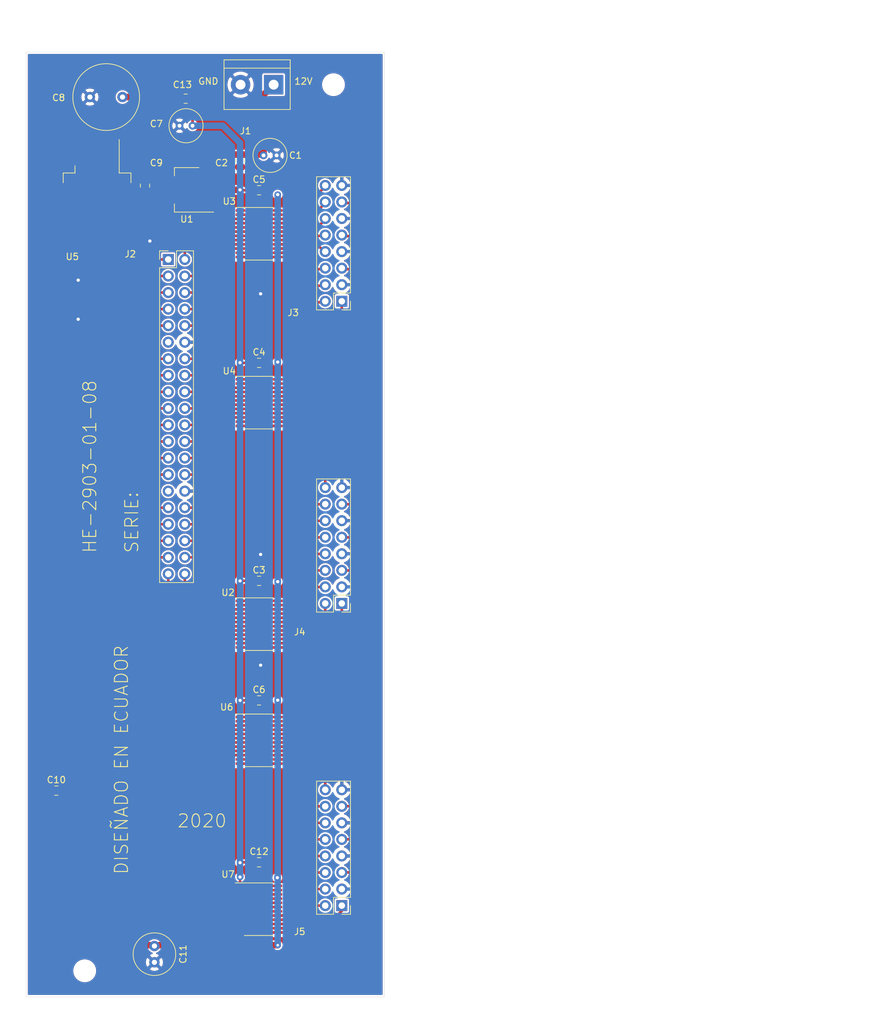
<source format=kicad_pcb>
(kicad_pcb (version 20171130) (host pcbnew "(5.1.6)-1")
  (title_block (title "level shiffter(3.3v to 5v @20Mhz)") (date 2020-09-26) (rev 1) (company GOIA) (comment 1 "Bajo licencia Creative Commons Attribution Share - Alike 4.0") (comment 2 "Revisor: Sofía Bertinat") (comment 3 "Autor: Felipe Sarche") (comment 4 https://creativecommons.org/licenses/by-sa/4.0/))
  (layers (0 F.Cu signal) (31 B.Cu signal) (34 B.Paste user) (35 F.Paste user) (36 B.SilkS user) (37 F.SilkS user) (38 B.Mask user) (39 F.Mask user) (44 Edge.Cuts user))
  (net 0 "")
  (net 1 +12V)
  (net 2 GND)
  (net 3 +3V3)
  (net 4 +5V)
  (net 5 /A5_8)
  (net 6 /A1_1)
  (net 7 /A5_7)
  (net 8 /A1_2)
  (net 9 /A5_6)
  (net 10 /A1_3)
  (net 11 /A5_5)
  (net 12 /A1_4)
  (net 13 /A4_8)
  (net 14 /A1_5)
  (net 15 "Net-(J2-Pad11)")
  (net 16 /A4_7)
  (net 17 /A1_6)
  (net 18 /A4_6)
  (net 19 /A1_7)
  (net 20 /A4_5)
  (net 21 /A1_8)
  (net 22 /A4_4)
  (net 23 /A2_1)
  (net 24 /A4_3)
  (net 25 /A2_2)
  (net 26 /A4_2)
  (net 27 /A2_3)
  (net 28 /A4_1)
  (net 29 /A2_4)
  (net 30 /A3_8)
  (net 31 /A2_5)
  (net 32 "Net-(J2-Pad29)")
  (net 33 /A3_7)
  (net 34 /A2_6)
  (net 35 /A3_6)
  (net 36 /A2_7)
  (net 37 /A3_5)
  (net 38 /A2_8)
  (net 39 /A3_4)
  (net 40 /A3_1)
  (net 41 /A3_3)
  (net 42 /A3_2)
  (net 43 "Net-(J3-Pad1)")
  (net 44 "Net-(J3-Pad2)")
  (net 45 "Net-(J3-Pad4)")
  (net 46 "Net-(J3-Pad5)")
  (net 47 "Net-(J3-Pad6)")
  (net 48 "Net-(J3-Pad8)")
  (net 49 "Net-(J3-Pad9)")
  (net 50 "Net-(J3-Pad10)")
  (net 51 "Net-(J3-Pad12)")
  (net 52 "Net-(J3-Pad13)")
  (net 53 "Net-(J3-Pad14)")
  (net 54 "Net-(J3-Pad16)")
  (net 55 "Net-(J4-Pad16)")
  (net 56 "Net-(J4-Pad14)")
  (net 57 "Net-(J4-Pad13)")
  (net 58 "Net-(J4-Pad12)")
  (net 59 "Net-(J4-Pad10)")
  (net 60 "Net-(J4-Pad9)")
  (net 61 "Net-(J4-Pad8)")
  (net 62 "Net-(J4-Pad6)")
  (net 63 "Net-(J4-Pad5)")
  (net 64 "Net-(J4-Pad4)")
  (net 65 "Net-(J4-Pad2)")
  (net 66 "Net-(J4-Pad1)")
  (net 67 "Net-(J5-Pad1)")
  (net 68 "Net-(J5-Pad2)")
  (net 69 "Net-(J5-Pad4)")
  (net 70 "Net-(J5-Pad5)")
  (net 71 "Net-(J5-Pad6)")
  (net 72 "Net-(J5-Pad8)")
  (net 73 "Net-(J5-Pad9)")
  (net 74 "Net-(J5-Pad10)")
  (net 75 "Net-(J5-Pad12)")
  (net 76 "Net-(J5-Pad13)")
  (net 77 "Net-(J5-Pad14)")
  (net 78 "Net-(J5-Pad16)")
  (net 79 "Net-(U7-Pad21)")
  (net 80 "Net-(U7-Pad20)")
  (net 81 "Net-(U7-Pad19)")
  (net 82 "Net-(U7-Pad18)")
  (net 83 "Net-(U7-Pad6)")
  (net 84 "Net-(U7-Pad5)")
  (net 85 "Net-(U7-Pad4)")
  (net 86 "Net-(U7-Pad3)")
  (module Fiducial:Fiducial_1mm_Mask2mm (layer F.Cu) (at 29 40)
    (fp_text reference FID1 hide)
    (fp_text value Fiducial)
    (pad "" smd circle (at 0 0) (size 1 1) (layers F.Cu F.Mask) (clearance 0.5))
  )
  (module Connector_PinHeader_2.54mm:PinHeader_2x20_P2.54mm_Vertical (layer F.Cu) (at 47.825001 57.825001)
    (fp_text reference J2 (at -5.825001 -0.825001) (layer F.SilkS))
    (fp_text value Conn_02x20_Odd_Even)
    (pad 1 thru_hole rect (at 0 0) (size 1.7 1.7) (drill 1) (layers *.Cu *.Mask) (net 5 /A5_8))
    (pad 2 thru_hole oval (at 2.54 0) (size 1.7 1.7) (drill 1) (layers *.Cu *.Mask) (net 6 /A1_1))
    (pad 3 thru_hole oval (at 0 2.54) (size 1.7 1.7) (drill 1) (layers *.Cu *.Mask) (net 7 /A5_7))
    (pad 4 thru_hole oval (at 2.54 2.54) (size 1.7 1.7) (drill 1) (layers *.Cu *.Mask) (net 8 /A1_2))
    (pad 5 thru_hole oval (at 0 5.08) (size 1.7 1.7) (drill 1) (layers *.Cu *.Mask) (net 9 /A5_6))
    (pad 6 thru_hole oval (at 2.54 5.08) (size 1.7 1.7) (drill 1) (layers *.Cu *.Mask) (net 10 /A1_3))
    (pad 7 thru_hole oval (at 0 7.62) (size 1.7 1.7) (drill 1) (layers *.Cu *.Mask) (net 11 /A5_5))
    (pad 8 thru_hole oval (at 2.54 7.62) (size 1.7 1.7) (drill 1) (layers *.Cu *.Mask) (net 12 /A1_4))
    (pad 9 thru_hole oval (at 0 10.16) (size 1.7 1.7) (drill 1) (layers *.Cu *.Mask) (net 13 /A4_8))
    (pad 10 thru_hole oval (at 2.54 10.16) (size 1.7 1.7) (drill 1) (layers *.Cu *.Mask) (net 14 /A1_5))
    (pad 11 thru_hole oval (at 0 12.7) (size 1.7 1.7) (drill 1) (layers *.Cu *.Mask) (net 15 "Net-(J2-Pad11)"))
    (pad 12 thru_hole oval (at 2.54 12.7) (size 1.7 1.7) (drill 1) (layers *.Cu *.Mask) (net 2 GND))
    (pad 13 thru_hole oval (at 0 15.24) (size 1.7 1.7) (drill 1) (layers *.Cu *.Mask) (net 16 /A4_7))
    (pad 14 thru_hole oval (at 2.54 15.24) (size 1.7 1.7) (drill 1) (layers *.Cu *.Mask) (net 17 /A1_6))
    (pad 15 thru_hole oval (at 0 17.78) (size 1.7 1.7) (drill 1) (layers *.Cu *.Mask) (net 18 /A4_6))
    (pad 16 thru_hole oval (at 2.54 17.78) (size 1.7 1.7) (drill 1) (layers *.Cu *.Mask) (net 19 /A1_7))
    (pad 17 thru_hole oval (at 0 20.32) (size 1.7 1.7) (drill 1) (layers *.Cu *.Mask) (net 20 /A4_5))
    (pad 18 thru_hole oval (at 2.54 20.32) (size 1.7 1.7) (drill 1) (layers *.Cu *.Mask) (net 21 /A1_8))
    (pad 19 thru_hole oval (at 0 22.86) (size 1.7 1.7) (drill 1) (layers *.Cu *.Mask) (net 22 /A4_4))
    (pad 20 thru_hole oval (at 2.54 22.86) (size 1.7 1.7) (drill 1) (layers *.Cu *.Mask) (net 23 /A2_1))
    (pad 21 thru_hole oval (at 0 25.4) (size 1.7 1.7) (drill 1) (layers *.Cu *.Mask) (net 24 /A4_3))
    (pad 22 thru_hole oval (at 2.54 25.4) (size 1.7 1.7) (drill 1) (layers *.Cu *.Mask) (net 25 /A2_2))
    (pad 23 thru_hole oval (at 0 27.94) (size 1.7 1.7) (drill 1) (layers *.Cu *.Mask) (net 26 /A4_2))
    (pad 24 thru_hole oval (at 2.54 27.94) (size 1.7 1.7) (drill 1) (layers *.Cu *.Mask) (net 27 /A2_3))
    (pad 25 thru_hole oval (at 0 30.48) (size 1.7 1.7) (drill 1) (layers *.Cu *.Mask) (net 28 /A4_1))
    (pad 26 thru_hole oval (at 2.54 30.48) (size 1.7 1.7) (drill 1) (layers *.Cu *.Mask) (net 29 /A2_4))
    (pad 27 thru_hole oval (at 0 33.02) (size 1.7 1.7) (drill 1) (layers *.Cu *.Mask) (net 30 /A3_8))
    (pad 28 thru_hole oval (at 2.54 33.02) (size 1.7 1.7) (drill 1) (layers *.Cu *.Mask) (net 31 /A2_5))
    (pad 29 thru_hole oval (at 0 35.56) (size 1.7 1.7) (drill 1) (layers *.Cu *.Mask) (net 32 "Net-(J2-Pad29)"))
    (pad 30 thru_hole oval (at 2.54 35.56) (size 1.7 1.7) (drill 1) (layers *.Cu *.Mask) (net 2 GND))
    (pad 31 thru_hole oval (at 0 38.1) (size 1.7 1.7) (drill 1) (layers *.Cu *.Mask) (net 33 /A3_7))
    (pad 32 thru_hole oval (at 2.54 38.1) (size 1.7 1.7) (drill 1) (layers *.Cu *.Mask) (net 34 /A2_6))
    (pad 33 thru_hole oval (at 0 40.64) (size 1.7 1.7) (drill 1) (layers *.Cu *.Mask) (net 35 /A3_6))
    (pad 34 thru_hole oval (at 2.54 40.64) (size 1.7 1.7) (drill 1) (layers *.Cu *.Mask) (net 36 /A2_7))
    (pad 35 thru_hole oval (at 0 43.18) (size 1.7 1.7) (drill 1) (layers *.Cu *.Mask) (net 37 /A3_5))
    (pad 36 thru_hole oval (at 2.54 43.18) (size 1.7 1.7) (drill 1) (layers *.Cu *.Mask) (net 38 /A2_8))
    (pad 37 thru_hole oval (at 0 45.72) (size 1.7 1.7) (drill 1) (layers *.Cu *.Mask) (net 39 /A3_4))
    (pad 38 thru_hole oval (at 2.54 45.72) (size 1.7 1.7) (drill 1) (layers *.Cu *.Mask) (net 40 /A3_1))
    (pad 39 thru_hole oval (at 0 48.26) (size 1.7 1.7) (drill 1) (layers *.Cu *.Mask) (net 41 /A3_3))
    (pad 40 thru_hole oval (at 2.54 48.26) (size 1.7 1.7) (drill 1) (layers *.Cu *.Mask) (net 42 /A3_2))
  )
  (module MountingHole:MountingHole_3mm (layer F.Cu) (at 35 167.005)
    (fp_text reference H3 hide)
    (fp_text value MountingHole)
    (pad 1 np_thru_hole circle (at 0 0) (size 3 3) (drill 3) (layers *.Cu *.Mask))
  )
  (module MountingHole:MountingHole_3mm (layer F.Cu) (at 73.185 31)
    (fp_text reference H1 hide)
    (fp_text value MountingHole)
    (pad 1 np_thru_hole circle (at 0 0) (size 3 3) (drill 3) (layers *.Cu *.Mask))
  )
  (module Fiducial:Fiducial_1mm_Mask2mm (layer F.Cu) (at 71 122.8)
    (fp_text reference FID2 hide)
    (fp_text value Fiducial)
    (pad "" smd circle (at 0 0) (size 1 1) (layers F.Cu F.Mask) (clearance 0.5))
  )
  (module Capacitor_THT:C_Radial_D10.0mm_H20.0mm_P5.00mm (layer F.Cu) (at 40.8 32.9 180)
    (fp_text reference C8 (at 9.8 -0.1) (layer F.SilkS))
    (fp_text value 470uF)
    (pad 1 thru_hole circle (at 0 0 180) (size 1.6 1.6) (drill 0.8) (layers *.Cu *.Mask) (net 1 +12V))
    (pad 2 thru_hole circle (at 5 0 180) (size 1.6 1.6) (drill 0.8) (layers *.Cu *.Mask) (net 2 GND))
  )
  (module Connector_PinHeader_2.54mm:PinHeader_2x08_P2.54mm_Vertical (layer F.Cu) (at 74.46 64.24 180)
    (fp_text reference J3 (at 7.46 -1.76) (layer F.SilkS))
    (fp_text value Conn_02x08_Odd_Even)
    (pad 16 thru_hole oval (at 2.54 17.78 180) (size 1.7 1.7) (drill 1) (layers *.Cu *.Mask) (net 54 "Net-(J3-Pad16)"))
    (pad 15 thru_hole oval (at 0 17.78 180) (size 1.7 1.7) (drill 1) (layers *.Cu *.Mask) (net 2 GND))
    (pad 14 thru_hole oval (at 2.54 15.24 180) (size 1.7 1.7) (drill 1) (layers *.Cu *.Mask) (net 53 "Net-(J3-Pad14)"))
    (pad 13 thru_hole oval (at 0 15.24 180) (size 1.7 1.7) (drill 1) (layers *.Cu *.Mask) (net 52 "Net-(J3-Pad13)"))
    (pad 12 thru_hole oval (at 2.54 12.7 180) (size 1.7 1.7) (drill 1) (layers *.Cu *.Mask) (net 51 "Net-(J3-Pad12)"))
    (pad 11 thru_hole oval (at 0 12.7 180) (size 1.7 1.7) (drill 1) (layers *.Cu *.Mask) (net 2 GND))
    (pad 10 thru_hole oval (at 2.54 10.16 180) (size 1.7 1.7) (drill 1) (layers *.Cu *.Mask) (net 50 "Net-(J3-Pad10)"))
    (pad 9 thru_hole oval (at 0 10.16 180) (size 1.7 1.7) (drill 1) (layers *.Cu *.Mask) (net 49 "Net-(J3-Pad9)"))
    (pad 8 thru_hole oval (at 2.54 7.62 180) (size 1.7 1.7) (drill 1) (layers *.Cu *.Mask) (net 48 "Net-(J3-Pad8)"))
    (pad 7 thru_hole oval (at 0 7.62 180) (size 1.7 1.7) (drill 1) (layers *.Cu *.Mask) (net 2 GND))
    (pad 6 thru_hole oval (at 2.54 5.08 180) (size 1.7 1.7) (drill 1) (layers *.Cu *.Mask) (net 47 "Net-(J3-Pad6)"))
    (pad 5 thru_hole oval (at 0 5.08 180) (size 1.7 1.7) (drill 1) (layers *.Cu *.Mask) (net 46 "Net-(J3-Pad5)"))
    (pad 4 thru_hole oval (at 2.54 2.54 180) (size 1.7 1.7) (drill 1) (layers *.Cu *.Mask) (net 45 "Net-(J3-Pad4)"))
    (pad 3 thru_hole oval (at 0 2.54 180) (size 1.7 1.7) (drill 1) (layers *.Cu *.Mask) (net 2 GND))
    (pad 2 thru_hole oval (at 2.54 0 180) (size 1.7 1.7) (drill 1) (layers *.Cu *.Mask) (net 44 "Net-(J3-Pad2)"))
    (pad 1 thru_hole rect (at 0 0 180) (size 1.7 1.7) (drill 1) (layers *.Cu *.Mask) (net 43 "Net-(J3-Pad1)"))
  )
  (module Connector_PinHeader_2.54mm:PinHeader_2x08_P2.54mm_Vertical (layer F.Cu) (at 74.46 110.62 180)
    (fp_text reference J4 (at 6.46 -4.38) (layer F.SilkS))
    (fp_text value Conn_02x08_Odd_Even)
    (pad 1 thru_hole rect (at 0 0 180) (size 1.7 1.7) (drill 1) (layers *.Cu *.Mask) (net 66 "Net-(J4-Pad1)"))
    (pad 2 thru_hole oval (at 2.54 0 180) (size 1.7 1.7) (drill 1) (layers *.Cu *.Mask) (net 65 "Net-(J4-Pad2)"))
    (pad 3 thru_hole oval (at 0 2.54 180) (size 1.7 1.7) (drill 1) (layers *.Cu *.Mask) (net 2 GND))
    (pad 4 thru_hole oval (at 2.54 2.54 180) (size 1.7 1.7) (drill 1) (layers *.Cu *.Mask) (net 64 "Net-(J4-Pad4)"))
    (pad 5 thru_hole oval (at 0 5.08 180) (size 1.7 1.7) (drill 1) (layers *.Cu *.Mask) (net 63 "Net-(J4-Pad5)"))
    (pad 6 thru_hole oval (at 2.54 5.08 180) (size 1.7 1.7) (drill 1) (layers *.Cu *.Mask) (net 62 "Net-(J4-Pad6)"))
    (pad 7 thru_hole oval (at 0 7.62 180) (size 1.7 1.7) (drill 1) (layers *.Cu *.Mask) (net 2 GND))
    (pad 8 thru_hole oval (at 2.54 7.62 180) (size 1.7 1.7) (drill 1) (layers *.Cu *.Mask) (net 61 "Net-(J4-Pad8)"))
    (pad 9 thru_hole oval (at 0 10.16 180) (size 1.7 1.7) (drill 1) (layers *.Cu *.Mask) (net 60 "Net-(J4-Pad9)"))
    (pad 10 thru_hole oval (at 2.54 10.16 180) (size 1.7 1.7) (drill 1) (layers *.Cu *.Mask) (net 59 "Net-(J4-Pad10)"))
    (pad 11 thru_hole oval (at 0 12.7 180) (size 1.7 1.7) (drill 1) (layers *.Cu *.Mask) (net 2 GND))
    (pad 12 thru_hole oval (at 2.54 12.7 180) (size 1.7 1.7) (drill 1) (layers *.Cu *.Mask) (net 58 "Net-(J4-Pad12)"))
    (pad 13 thru_hole oval (at 0 15.24 180) (size 1.7 1.7) (drill 1) (layers *.Cu *.Mask) (net 57 "Net-(J4-Pad13)"))
    (pad 14 thru_hole oval (at 2.54 15.24 180) (size 1.7 1.7) (drill 1) (layers *.Cu *.Mask) (net 56 "Net-(J4-Pad14)"))
    (pad 15 thru_hole oval (at 0 17.78 180) (size 1.7 1.7) (drill 1) (layers *.Cu *.Mask) (net 2 GND))
    (pad 16 thru_hole oval (at 2.54 17.78 180) (size 1.7 1.7) (drill 1) (layers *.Cu *.Mask) (net 55 "Net-(J4-Pad16)"))
  )
  (module Capacitor_THT:C_Radial_D5.0mm_H7.0mm_P2.00mm (layer F.Cu) (at 62.45 41.85)
    (fp_text reference C1 (at 4.9 0) (layer F.SilkS))
    (fp_text value 10uF)
    (pad 2 thru_hole circle (at 2 0) (size 1.2 1.2) (drill 0.6) (layers *.Cu *.Mask) (net 2 GND))
    (pad 1 thru_hole circle (at 0 0) (size 1.2 1.2) (drill 0.6) (layers *.Cu *.Mask) (net 1 +12V))
  )
  (module Capacitor_SMD:C_0805_2012Metric (layer F.Cu) (at 58.85 42.7 270)
    (fp_text reference C2 (at 0.3 2.85) (layer F.SilkS))
    (fp_text value 4.7uF)
    (pad 2 smd roundrect (at 0.9375 0 270) (size 0.975 1.4) (layers F.Cu F.Paste F.Mask) (net 2 GND))
    (pad 1 smd roundrect (at -0.9375 0 270) (size 0.975 1.4) (layers F.Cu F.Paste F.Mask) (net 1 +12V))
  )
  (module Capacitor_SMD:C_0805_2012Metric (layer F.Cu) (at 61.76 107.15)
    (fp_text reference C3 (at 0 -1.65) (layer F.SilkS))
    (fp_text value 4.7uF)
    (pad 2 smd roundrect (at 0.9375 0) (size 0.975 1.4) (layers F.Cu F.Paste F.Mask) (net 2 GND))
    (pad 1 smd roundrect (at -0.9375 0) (size 0.975 1.4) (layers F.Cu F.Paste F.Mask) (net 3 +3V3))
  )
  (module Capacitor_SMD:C_0805_2012Metric (layer F.Cu) (at 61.76 73.7)
    (fp_text reference C4 (at 0 -1.65) (layer F.SilkS))
    (fp_text value 4.7uF)
    (pad 2 smd roundrect (at 0.9375 0) (size 0.975 1.4) (layers F.Cu F.Paste F.Mask) (net 2 GND))
    (pad 1 smd roundrect (at -0.9375 0) (size 0.975 1.4) (layers F.Cu F.Paste F.Mask) (net 3 +3V3))
  )
  (module Capacitor_SMD:C_0805_2012Metric (layer F.Cu) (at 61.76 47.2)
    (fp_text reference C5 (at 0 -1.65) (layer F.SilkS))
    (fp_text value 4.7uF)
    (pad 2 smd roundrect (at 0.9375 0) (size 0.975 1.4) (layers F.Cu F.Paste F.Mask) (net 2 GND))
    (pad 1 smd roundrect (at -0.9375 0) (size 0.975 1.4) (layers F.Cu F.Paste F.Mask) (net 3 +3V3))
  )
  (module Capacitor_SMD:C_0805_2012Metric (layer F.Cu) (at 61.76 125.5)
    (fp_text reference C6 (at 0 -1.65) (layer F.SilkS))
    (fp_text value 4.7uF)
    (pad 2 smd roundrect (at 0.9375 0) (size 0.975 1.4) (layers F.Cu F.Paste F.Mask) (net 2 GND))
    (pad 1 smd roundrect (at -0.9375 0) (size 0.975 1.4) (layers F.Cu F.Paste F.Mask) (net 3 +3V3))
  )
  (module Capacitor_THT:C_Radial_D5.0mm_H7.0mm_P2.00mm (layer F.Cu) (at 51.55 37.3 180)
    (fp_text reference C7 (at 5.55 0.3) (layer F.SilkS))
    (fp_text value 10uF)
    (pad 2 thru_hole circle (at 2 0 180) (size 1.2 1.2) (drill 0.6) (layers *.Cu *.Mask) (net 2 GND))
    (pad 1 thru_hole circle (at 0 0 180) (size 1.2 1.2) (drill 0.6) (layers *.Cu *.Mask) (net 3 +3V3))
  )
  (module Capacitor_SMD:C_0805_2012Metric (layer F.Cu) (at 44.25 46.4875 270)
    (fp_text reference C9 (at -3.4875 -1.75 180) (layer F.SilkS))
    (fp_text value 0.33uF)
    (pad 1 smd roundrect (at -0.9375 0 270) (size 0.975 1.4) (layers F.Cu F.Paste F.Mask) (net 1 +12V))
    (pad 2 smd roundrect (at 0.9375 0 270) (size 0.975 1.4) (layers F.Cu F.Paste F.Mask) (net 2 GND))
  )
  (module Capacitor_SMD:C_0805_2012Metric (layer F.Cu) (at 30.65 139.35)
    (fp_text reference C10 (at 0 -1.65) (layer F.SilkS))
    (fp_text value 4.7uF)
    (pad 1 smd roundrect (at -0.9375 0) (size 0.975 1.4) (layers F.Cu F.Paste F.Mask) (net 4 +5V))
    (pad 2 smd roundrect (at 0.9375 0) (size 0.975 1.4) (layers F.Cu F.Paste F.Mask) (net 2 GND))
  )
  (module Capacitor_THT:C_Radial_D6.3mm_H11.0mm_P2.50mm (layer F.Cu) (at 45.7 163.2 270)
    (fp_text reference C11 (at 1.25 -4.4 90) (layer F.SilkS))
    (fp_text value 47uF)
    (pad 1 thru_hole circle (at 0 0 270) (size 1.6 1.6) (drill 0.8) (layers *.Cu *.Mask) (net 4 +5V))
    (pad 2 thru_hole circle (at 2.5 0 270) (size 1.6 1.6) (drill 0.8) (layers *.Cu *.Mask) (net 2 GND))
  )
  (module Capacitor_SMD:C_0805_2012Metric (layer F.Cu) (at 61.76 150.35)
    (fp_text reference C12 (at 0 -1.65) (layer F.SilkS))
    (fp_text value 4.7uF)
    (pad 2 smd roundrect (at 0.9375 0) (size 0.975 1.4) (layers F.Cu F.Paste F.Mask) (net 2 GND))
    (pad 1 smd roundrect (at -0.9375 0) (size 0.975 1.4) (layers F.Cu F.Paste F.Mask) (net 3 +3V3))
  )
  (module Capacitor_SMD:C_0805_2012Metric (layer F.Cu) (at 50.5 33.15 180)
    (fp_text reference C13 (at 0.5 2.15 180) (layer F.SilkS))
    (fp_text value 4.7uF)
    (pad 1 smd roundrect (at -0.9375 0 180) (size 0.975 1.4) (layers F.Cu F.Paste F.Mask) (net 3 +3V3))
    (pad 2 smd roundrect (at 0.9375 0 180) (size 0.975 1.4) (layers F.Cu F.Paste F.Mask) (net 2 GND))
  )
  (module TerminalBlock:TerminalBlock_bornier-2_P5.08mm (layer F.Cu) (at 64 31 180)
    (fp_text reference J1 (at 4.31 -7.1) (layer F.SilkS))
    (fp_text value Screw_Terminal_01x02)
    (pad 1 thru_hole rect (at 0 0 180) (size 3 3) (drill 1.52) (layers *.Cu *.Mask) (net 1 +12V))
    (pad 2 thru_hole circle (at 5.08 0 180) (size 3 3) (drill 1.52) (layers *.Cu *.Mask) (net 2 GND))
  )
  (module Connector_PinHeader_2.54mm:PinHeader_2x08_P2.54mm_Vertical (layer F.Cu) (at 74.46 157 180)
    (fp_text reference J5 (at 6.46 -4) (layer F.SilkS))
    (fp_text value Conn_02x08_Odd_Even)
    (pad 16 thru_hole oval (at 2.54 17.78 180) (size 1.7 1.7) (drill 1) (layers *.Cu *.Mask) (net 78 "Net-(J5-Pad16)"))
    (pad 15 thru_hole oval (at 0 17.78 180) (size 1.7 1.7) (drill 1) (layers *.Cu *.Mask) (net 2 GND))
    (pad 14 thru_hole oval (at 2.54 15.24 180) (size 1.7 1.7) (drill 1) (layers *.Cu *.Mask) (net 77 "Net-(J5-Pad14)"))
    (pad 13 thru_hole oval (at 0 15.24 180) (size 1.7 1.7) (drill 1) (layers *.Cu *.Mask) (net 76 "Net-(J5-Pad13)"))
    (pad 12 thru_hole oval (at 2.54 12.7 180) (size 1.7 1.7) (drill 1) (layers *.Cu *.Mask) (net 75 "Net-(J5-Pad12)"))
    (pad 11 thru_hole oval (at 0 12.7 180) (size 1.7 1.7) (drill 1) (layers *.Cu *.Mask) (net 2 GND))
    (pad 10 thru_hole oval (at 2.54 10.16 180) (size 1.7 1.7) (drill 1) (layers *.Cu *.Mask) (net 74 "Net-(J5-Pad10)"))
    (pad 9 thru_hole oval (at 0 10.16 180) (size 1.7 1.7) (drill 1) (layers *.Cu *.Mask) (net 73 "Net-(J5-Pad9)"))
    (pad 8 thru_hole oval (at 2.54 7.62 180) (size 1.7 1.7) (drill 1) (layers *.Cu *.Mask) (net 72 "Net-(J5-Pad8)"))
    (pad 7 thru_hole oval (at 0 7.62 180) (size 1.7 1.7) (drill 1) (layers *.Cu *.Mask) (net 2 GND))
    (pad 6 thru_hole oval (at 2.54 5.08 180) (size 1.7 1.7) (drill 1) (layers *.Cu *.Mask) (net 71 "Net-(J5-Pad6)"))
    (pad 5 thru_hole oval (at 0 5.08 180) (size 1.7 1.7) (drill 1) (layers *.Cu *.Mask) (net 70 "Net-(J5-Pad5)"))
    (pad 4 thru_hole oval (at 2.54 2.54 180) (size 1.7 1.7) (drill 1) (layers *.Cu *.Mask) (net 69 "Net-(J5-Pad4)"))
    (pad 3 thru_hole oval (at 0 2.54 180) (size 1.7 1.7) (drill 1) (layers *.Cu *.Mask) (net 2 GND))
    (pad 2 thru_hole oval (at 2.54 0 180) (size 1.7 1.7) (drill 1) (layers *.Cu *.Mask) (net 68 "Net-(J5-Pad2)"))
    (pad 1 thru_hole rect (at 0 0 180) (size 1.7 1.7) (drill 1) (layers *.Cu *.Mask) (net 67 "Net-(J5-Pad1)"))
  )
  (module Package_TO_SOT_SMD:SOT-223 (layer F.Cu) (at 50.68 47.14 180)
    (fp_text reference U1 (at 0 -4.5) (layer F.SilkS))
    (fp_text value LM1117-3.3)
    (pad 1 smd rect (at -3.15 -2.3 180) (size 2 1.5) (layers F.Cu F.Paste F.Mask) (net 2 GND))
    (pad 3 smd rect (at -3.15 2.3 180) (size 2 1.5) (layers F.Cu F.Paste F.Mask) (net 1 +12V))
    (pad 2 smd rect (at -3.15 0 180) (size 2 1.5) (layers F.Cu F.Paste F.Mask) (net 3 +3V3))
    (pad 4 smd rect (at 3.15 0 180) (size 2 3.8) (layers F.Cu F.Paste F.Mask))
  )
  (module Package_SO:TSSOP-24_4.4x7.8mm_P0.65mm (layer F.Cu) (at 61.76 113.8)
    (fp_text reference U2 (at -4.76 -4.85) (layer F.SilkS))
    (fp_text value 74LVC8T245PW)
    (pad 24 smd roundrect (at 2.8625 -3.575) (size 1.475 0.4) (layers F.Cu F.Paste F.Mask) (net 4 +5V))
    (pad 23 smd roundrect (at 2.8625 -2.925) (size 1.475 0.4) (layers F.Cu F.Paste F.Mask) (net 4 +5V))
    (pad 22 smd roundrect (at 2.8625 -2.275) (size 1.475 0.4) (layers F.Cu F.Paste F.Mask) (net 2 GND))
    (pad 21 smd roundrect (at 2.8625 -1.625) (size 1.475 0.4) (layers F.Cu F.Paste F.Mask) (net 64 "Net-(J4-Pad4)"))
    (pad 20 smd roundrect (at 2.8625 -0.975) (size 1.475 0.4) (layers F.Cu F.Paste F.Mask) (net 65 "Net-(J4-Pad2)"))
    (pad 19 smd roundrect (at 2.8625 -0.325) (size 1.475 0.4) (layers F.Cu F.Paste F.Mask) (net 66 "Net-(J4-Pad1)"))
    (pad 18 smd roundrect (at 2.8625 0.325) (size 1.475 0.4) (layers F.Cu F.Paste F.Mask) (net 63 "Net-(J4-Pad5)"))
    (pad 17 smd roundrect (at 2.8625 0.975) (size 1.475 0.4) (layers F.Cu F.Paste F.Mask) (net 60 "Net-(J4-Pad9)"))
    (pad 16 smd roundrect (at 2.8625 1.625) (size 1.475 0.4) (layers F.Cu F.Paste F.Mask) (net 57 "Net-(J4-Pad13)"))
    (pad 15 smd roundrect (at 2.8625 2.275) (size 1.475 0.4) (layers F.Cu F.Paste F.Mask) (net 55 "Net-(J4-Pad16)"))
    (pad 14 smd roundrect (at 2.8625 2.925) (size 1.475 0.4) (layers F.Cu F.Paste F.Mask) (net 56 "Net-(J4-Pad14)"))
    (pad 13 smd roundrect (at 2.8625 3.575) (size 1.475 0.4) (layers F.Cu F.Paste F.Mask) (net 2 GND))
    (pad 12 smd roundrect (at -2.8625 3.575) (size 1.475 0.4) (layers F.Cu F.Paste F.Mask) (net 2 GND))
    (pad 11 smd roundrect (at -2.8625 2.925) (size 1.475 0.4) (layers F.Cu F.Paste F.Mask) (net 2 GND))
    (pad 10 smd roundrect (at -2.8625 2.275) (size 1.475 0.4) (layers F.Cu F.Paste F.Mask) (net 30 /A3_8))
    (pad 9 smd roundrect (at -2.8625 1.625) (size 1.475 0.4) (layers F.Cu F.Paste F.Mask) (net 33 /A3_7))
    (pad 8 smd roundrect (at -2.8625 0.975) (size 1.475 0.4) (layers F.Cu F.Paste F.Mask) (net 35 /A3_6))
    (pad 7 smd roundrect (at -2.8625 0.325) (size 1.475 0.4) (layers F.Cu F.Paste F.Mask) (net 37 /A3_5))
    (pad 6 smd roundrect (at -2.8625 -0.325) (size 1.475 0.4) (layers F.Cu F.Paste F.Mask) (net 39 /A3_4))
    (pad 5 smd roundrect (at -2.8625 -0.975) (size 1.475 0.4) (layers F.Cu F.Paste F.Mask) (net 41 /A3_3))
    (pad 4 smd roundrect (at -2.8625 -1.625) (size 1.475 0.4) (layers F.Cu F.Paste F.Mask) (net 42 /A3_2))
    (pad 3 smd roundrect (at -2.8625 -2.275) (size 1.475 0.4) (layers F.Cu F.Paste F.Mask) (net 40 /A3_1))
    (pad 2 smd roundrect (at -2.8625 -2.925) (size 1.475 0.4) (layers F.Cu F.Paste F.Mask) (net 3 +3V3))
    (pad 1 smd roundrect (at -2.8625 -3.575) (size 1.475 0.4) (layers F.Cu F.Paste F.Mask) (net 3 +3V3))
  )
  (module Package_SO:TSSOP-24_4.4x7.8mm_P0.65mm (layer F.Cu) (at 61.76 53.88)
    (fp_text reference U3 (at -4.56 -4.98) (layer F.SilkS))
    (fp_text value 74LVC8T245PW)
    (pad 1 smd roundrect (at -2.8625 -3.575) (size 1.475 0.4) (layers F.Cu F.Paste F.Mask) (net 3 +3V3))
    (pad 2 smd roundrect (at -2.8625 -2.925) (size 1.475 0.4) (layers F.Cu F.Paste F.Mask) (net 3 +3V3))
    (pad 3 smd roundrect (at -2.8625 -2.275) (size 1.475 0.4) (layers F.Cu F.Paste F.Mask) (net 6 /A1_1))
    (pad 4 smd roundrect (at -2.8625 -1.625) (size 1.475 0.4) (layers F.Cu F.Paste F.Mask) (net 8 /A1_2))
    (pad 5 smd roundrect (at -2.8625 -0.975) (size 1.475 0.4) (layers F.Cu F.Paste F.Mask) (net 10 /A1_3))
    (pad 6 smd roundrect (at -2.8625 -0.325) (size 1.475 0.4) (layers F.Cu F.Paste F.Mask) (net 12 /A1_4))
    (pad 7 smd roundrect (at -2.8625 0.325) (size 1.475 0.4) (layers F.Cu F.Paste F.Mask) (net 14 /A1_5))
    (pad 8 smd roundrect (at -2.8625 0.975) (size 1.475 0.4) (layers F.Cu F.Paste F.Mask) (net 17 /A1_6))
    (pad 9 smd roundrect (at -2.8625 1.625) (size 1.475 0.4) (layers F.Cu F.Paste F.Mask) (net 19 /A1_7))
    (pad 10 smd roundrect (at -2.8625 2.275) (size 1.475 0.4) (layers F.Cu F.Paste F.Mask) (net 21 /A1_8))
    (pad 11 smd roundrect (at -2.8625 2.925) (size 1.475 0.4) (layers F.Cu F.Paste F.Mask) (net 2 GND))
    (pad 12 smd roundrect (at -2.8625 3.575) (size 1.475 0.4) (layers F.Cu F.Paste F.Mask) (net 2 GND))
    (pad 13 smd roundrect (at 2.8625 3.575) (size 1.475 0.4) (layers F.Cu F.Paste F.Mask) (net 2 GND))
    (pad 14 smd roundrect (at 2.8625 2.925) (size 1.475 0.4) (layers F.Cu F.Paste F.Mask) (net 44 "Net-(J3-Pad2)"))
    (pad 15 smd roundrect (at 2.8625 2.275) (size 1.475 0.4) (layers F.Cu F.Paste F.Mask) (net 45 "Net-(J3-Pad4)"))
    (pad 16 smd roundrect (at 2.8625 1.625) (size 1.475 0.4) (layers F.Cu F.Paste F.Mask) (net 47 "Net-(J3-Pad6)"))
    (pad 17 smd roundrect (at 2.8625 0.975) (size 1.475 0.4) (layers F.Cu F.Paste F.Mask) (net 48 "Net-(J3-Pad8)"))
    (pad 18 smd roundrect (at 2.8625 0.325) (size 1.475 0.4) (layers F.Cu F.Paste F.Mask) (net 50 "Net-(J3-Pad10)"))
    (pad 19 smd roundrect (at 2.8625 -0.325) (size 1.475 0.4) (layers F.Cu F.Paste F.Mask) (net 51 "Net-(J3-Pad12)"))
    (pad 20 smd roundrect (at 2.8625 -0.975) (size 1.475 0.4) (layers F.Cu F.Paste F.Mask) (net 53 "Net-(J3-Pad14)"))
    (pad 21 smd roundrect (at 2.8625 -1.625) (size 1.475 0.4) (layers F.Cu F.Paste F.Mask) (net 54 "Net-(J3-Pad16)"))
    (pad 22 smd roundrect (at 2.8625 -2.275) (size 1.475 0.4) (layers F.Cu F.Paste F.Mask) (net 2 GND))
    (pad 23 smd roundrect (at 2.8625 -2.925) (size 1.475 0.4) (layers F.Cu F.Paste F.Mask) (net 4 +5V))
    (pad 24 smd roundrect (at 2.8625 -3.575) (size 1.475 0.4) (layers F.Cu F.Paste F.Mask) (net 4 +5V))
  )
  (module Package_SO:TSSOP-24_4.4x7.8mm_P0.65mm (layer F.Cu) (at 61.76 79.7975)
    (fp_text reference U4 (at -4.56 -4.85) (layer F.SilkS))
    (fp_text value 74LVC8T245PW)
    (pad 24 smd roundrect (at 2.8625 -3.575) (size 1.475 0.4) (layers F.Cu F.Paste F.Mask) (net 4 +5V))
    (pad 23 smd roundrect (at 2.8625 -2.925) (size 1.475 0.4) (layers F.Cu F.Paste F.Mask) (net 4 +5V))
    (pad 22 smd roundrect (at 2.8625 -2.275) (size 1.475 0.4) (layers F.Cu F.Paste F.Mask) (net 2 GND))
    (pad 21 smd roundrect (at 2.8625 -1.625) (size 1.475 0.4) (layers F.Cu F.Paste F.Mask) (net 43 "Net-(J3-Pad1)"))
    (pad 20 smd roundrect (at 2.8625 -0.975) (size 1.475 0.4) (layers F.Cu F.Paste F.Mask) (net 46 "Net-(J3-Pad5)"))
    (pad 19 smd roundrect (at 2.8625 -0.325) (size 1.475 0.4) (layers F.Cu F.Paste F.Mask) (net 49 "Net-(J3-Pad9)"))
    (pad 18 smd roundrect (at 2.8625 0.325) (size 1.475 0.4) (layers F.Cu F.Paste F.Mask) (net 52 "Net-(J3-Pad13)"))
    (pad 17 smd roundrect (at 2.8625 0.975) (size 1.475 0.4) (layers F.Cu F.Paste F.Mask) (net 58 "Net-(J4-Pad12)"))
    (pad 16 smd roundrect (at 2.8625 1.625) (size 1.475 0.4) (layers F.Cu F.Paste F.Mask) (net 59 "Net-(J4-Pad10)"))
    (pad 15 smd roundrect (at 2.8625 2.275) (size 1.475 0.4) (layers F.Cu F.Paste F.Mask) (net 61 "Net-(J4-Pad8)"))
    (pad 14 smd roundrect (at 2.8625 2.925) (size 1.475 0.4) (layers F.Cu F.Paste F.Mask) (net 62 "Net-(J4-Pad6)"))
    (pad 13 smd roundrect (at 2.8625 3.575) (size 1.475 0.4) (layers F.Cu F.Paste F.Mask) (net 2 GND))
    (pad 12 smd roundrect (at -2.8625 3.575) (size 1.475 0.4) (layers F.Cu F.Paste F.Mask) (net 2 GND))
    (pad 11 smd roundrect (at -2.8625 2.925) (size 1.475 0.4) (layers F.Cu F.Paste F.Mask) (net 2 GND))
    (pad 10 smd roundrect (at -2.8625 2.275) (size 1.475 0.4) (layers F.Cu F.Paste F.Mask) (net 38 /A2_8))
    (pad 9 smd roundrect (at -2.8625 1.625) (size 1.475 0.4) (layers F.Cu F.Paste F.Mask) (net 36 /A2_7))
    (pad 8 smd roundrect (at -2.8625 0.975) (size 1.475 0.4) (layers F.Cu F.Paste F.Mask) (net 34 /A2_6))
    (pad 7 smd roundrect (at -2.8625 0.325) (size 1.475 0.4) (layers F.Cu F.Paste F.Mask) (net 31 /A2_5))
    (pad 6 smd roundrect (at -2.8625 -0.325) (size 1.475 0.4) (layers F.Cu F.Paste F.Mask) (net 29 /A2_4))
    (pad 5 smd roundrect (at -2.8625 -0.975) (size 1.475 0.4) (layers F.Cu F.Paste F.Mask) (net 27 /A2_3))
    (pad 4 smd roundrect (at -2.8625 -1.625) (size 1.475 0.4) (layers F.Cu F.Paste F.Mask) (net 25 /A2_2))
    (pad 3 smd roundrect (at -2.8625 -2.275) (size 1.475 0.4) (layers F.Cu F.Paste F.Mask) (net 23 /A2_1))
    (pad 2 smd roundrect (at -2.8625 -2.925) (size 1.475 0.4) (layers F.Cu F.Paste F.Mask) (net 3 +3V3))
    (pad 1 smd roundrect (at -2.8625 -3.575) (size 1.475 0.4) (layers F.Cu F.Paste F.Mask) (net 3 +3V3))
  )
  (module Package_TO_SOT_SMD:TO-263-3_TabPin2 (layer F.Cu) (at 36.9 47.5 270)
    (fp_text reference U5 (at 9.9 3.8 180) (layer F.SilkS))
    (fp_text value L7805)
    (pad 2 smd rect (at 3.375 0 270) (size 9.4 10.8) (layers F.Cu F.Mask) (net 2 GND))
    (pad 3 smd rect (at -5.775 2.54 270) (size 4.6 1.1) (layers F.Cu F.Paste F.Mask) (net 4 +5V))
    (pad 2 smd rect (at -5.775 0 270) (size 4.6 1.1) (layers F.Cu F.Paste F.Mask) (net 2 GND))
    (pad 1 smd rect (at -5.775 -2.54 270) (size 4.6 1.1) (layers F.Cu F.Paste F.Mask) (net 1 +12V))
  )
  (module Package_SO:TSSOP-24_4.4x7.8mm_P0.65mm (layer F.Cu) (at 61.76 131.6325)
    (fp_text reference U6 (at -4.96 -5.1) (layer F.SilkS))
    (fp_text value 74LVC8T245PW)
    (pad 24 smd roundrect (at 2.8625 -3.575) (size 1.475 0.4) (layers F.Cu F.Paste F.Mask) (net 4 +5V))
    (pad 23 smd roundrect (at 2.8625 -2.925) (size 1.475 0.4) (layers F.Cu F.Paste F.Mask) (net 4 +5V))
    (pad 22 smd roundrect (at 2.8625 -2.275) (size 1.475 0.4) (layers F.Cu F.Paste F.Mask) (net 2 GND))
    (pad 21 smd roundrect (at 2.8625 -1.625) (size 1.475 0.4) (layers F.Cu F.Paste F.Mask) (net 78 "Net-(J5-Pad16)"))
    (pad 20 smd roundrect (at 2.8625 -0.975) (size 1.475 0.4) (layers F.Cu F.Paste F.Mask) (net 77 "Net-(J5-Pad14)"))
    (pad 19 smd roundrect (at 2.8625 -0.325) (size 1.475 0.4) (layers F.Cu F.Paste F.Mask) (net 75 "Net-(J5-Pad12)"))
    (pad 18 smd roundrect (at 2.8625 0.325) (size 1.475 0.4) (layers F.Cu F.Paste F.Mask) (net 74 "Net-(J5-Pad10)"))
    (pad 17 smd roundrect (at 2.8625 0.975) (size 1.475 0.4) (layers F.Cu F.Paste F.Mask) (net 72 "Net-(J5-Pad8)"))
    (pad 16 smd roundrect (at 2.8625 1.625) (size 1.475 0.4) (layers F.Cu F.Paste F.Mask) (net 71 "Net-(J5-Pad6)"))
    (pad 15 smd roundrect (at 2.8625 2.275) (size 1.475 0.4) (layers F.Cu F.Paste F.Mask) (net 69 "Net-(J5-Pad4)"))
    (pad 14 smd roundrect (at 2.8625 2.925) (size 1.475 0.4) (layers F.Cu F.Paste F.Mask) (net 68 "Net-(J5-Pad2)"))
    (pad 13 smd roundrect (at 2.8625 3.575) (size 1.475 0.4) (layers F.Cu F.Paste F.Mask) (net 2 GND))
    (pad 12 smd roundrect (at -2.8625 3.575) (size 1.475 0.4) (layers F.Cu F.Paste F.Mask) (net 2 GND))
    (pad 11 smd roundrect (at -2.8625 2.925) (size 1.475 0.4) (layers F.Cu F.Paste F.Mask) (net 2 GND))
    (pad 10 smd roundrect (at -2.8625 2.275) (size 1.475 0.4) (layers F.Cu F.Paste F.Mask) (net 13 /A4_8))
    (pad 9 smd roundrect (at -2.8625 1.625) (size 1.475 0.4) (layers F.Cu F.Paste F.Mask) (net 16 /A4_7))
    (pad 8 smd roundrect (at -2.8625 0.975) (size 1.475 0.4) (layers F.Cu F.Paste F.Mask) (net 18 /A4_6))
    (pad 7 smd roundrect (at -2.8625 0.325) (size 1.475 0.4) (layers F.Cu F.Paste F.Mask) (net 20 /A4_5))
    (pad 6 smd roundrect (at -2.8625 -0.325) (size 1.475 0.4) (layers F.Cu F.Paste F.Mask) (net 22 /A4_4))
    (pad 5 smd roundrect (at -2.8625 -0.975) (size 1.475 0.4) (layers F.Cu F.Paste F.Mask) (net 24 /A4_3))
    (pad 4 smd roundrect (at -2.8625 -1.625) (size 1.475 0.4) (layers F.Cu F.Paste F.Mask) (net 26 /A4_2))
    (pad 3 smd roundrect (at -2.8625 -2.275) (size 1.475 0.4) (layers F.Cu F.Paste F.Mask) (net 28 /A4_1))
    (pad 2 smd roundrect (at -2.8625 -2.925) (size 1.475 0.4) (layers F.Cu F.Paste F.Mask) (net 3 +3V3))
    (pad 1 smd roundrect (at -2.8625 -3.575) (size 1.475 0.4) (layers F.Cu F.Paste F.Mask) (net 3 +3V3))
  )
  (module Package_SO:TSSOP-24_4.4x7.8mm_P0.65mm (layer F.Cu) (at 61.7 157.55)
    (fp_text reference U7 (at -4.7 -5.35) (layer F.SilkS))
    (fp_text value 74LVC8T245PW)
    (pad 1 smd roundrect (at -2.8625 -3.575) (size 1.475 0.4) (layers F.Cu F.Paste F.Mask) (net 3 +3V3))
    (pad 2 smd roundrect (at -2.8625 -2.925) (size 1.475 0.4) (layers F.Cu F.Paste F.Mask) (net 3 +3V3))
    (pad 3 smd roundrect (at -2.8625 -2.275) (size 1.475 0.4) (layers F.Cu F.Paste F.Mask) (net 86 "Net-(U7-Pad3)"))
    (pad 4 smd roundrect (at -2.8625 -1.625) (size 1.475 0.4) (layers F.Cu F.Paste F.Mask) (net 85 "Net-(U7-Pad4)"))
    (pad 5 smd roundrect (at -2.8625 -0.975) (size 1.475 0.4) (layers F.Cu F.Paste F.Mask) (net 84 "Net-(U7-Pad5)"))
    (pad 6 smd roundrect (at -2.8625 -0.325) (size 1.475 0.4) (layers F.Cu F.Paste F.Mask) (net 83 "Net-(U7-Pad6)"))
    (pad 7 smd roundrect (at -2.8625 0.325) (size 1.475 0.4) (layers F.Cu F.Paste F.Mask) (net 11 /A5_5))
    (pad 8 smd roundrect (at -2.8625 0.975) (size 1.475 0.4) (layers F.Cu F.Paste F.Mask) (net 9 /A5_6))
    (pad 9 smd roundrect (at -2.8625 1.625) (size 1.475 0.4) (layers F.Cu F.Paste F.Mask) (net 7 /A5_7))
    (pad 10 smd roundrect (at -2.8625 2.275) (size 1.475 0.4) (layers F.Cu F.Paste F.Mask) (net 5 /A5_8))
    (pad 11 smd roundrect (at -2.8625 2.925) (size 1.475 0.4) (layers F.Cu F.Paste F.Mask) (net 2 GND))
    (pad 12 smd roundrect (at -2.8625 3.575) (size 1.475 0.4) (layers F.Cu F.Paste F.Mask) (net 2 GND))
    (pad 13 smd roundrect (at 2.8625 3.575) (size 1.475 0.4) (layers F.Cu F.Paste F.Mask) (net 2 GND))
    (pad 14 smd roundrect (at 2.8625 2.925) (size 1.475 0.4) (layers F.Cu F.Paste F.Mask) (net 76 "Net-(J5-Pad13)"))
    (pad 15 smd roundrect (at 2.8625 2.275) (size 1.475 0.4) (layers F.Cu F.Paste F.Mask) (net 73 "Net-(J5-Pad9)"))
    (pad 16 smd roundrect (at 2.8625 1.625) (size 1.475 0.4) (layers F.Cu F.Paste F.Mask) (net 70 "Net-(J5-Pad5)"))
    (pad 17 smd roundrect (at 2.8625 0.975) (size 1.475 0.4) (layers F.Cu F.Paste F.Mask) (net 67 "Net-(J5-Pad1)"))
    (pad 18 smd roundrect (at 2.8625 0.325) (size 1.475 0.4) (layers F.Cu F.Paste F.Mask) (net 82 "Net-(U7-Pad18)"))
    (pad 19 smd roundrect (at 2.8625 -0.325) (size 1.475 0.4) (layers F.Cu F.Paste F.Mask) (net 81 "Net-(U7-Pad19)"))
    (pad 20 smd roundrect (at 2.8625 -0.975) (size 1.475 0.4) (layers F.Cu F.Paste F.Mask) (net 80 "Net-(U7-Pad20)"))
    (pad 21 smd roundrect (at 2.8625 -1.625) (size 1.475 0.4) (layers F.Cu F.Paste F.Mask) (net 79 "Net-(U7-Pad21)"))
    (pad 22 smd roundrect (at 2.8625 -2.275) (size 1.475 0.4) (layers F.Cu F.Paste F.Mask) (net 2 GND))
    (pad 23 smd roundrect (at 2.8625 -2.925) (size 1.475 0.4) (layers F.Cu F.Paste F.Mask) (net 4 +5V))
    (pad 24 smd roundrect (at 2.8625 -3.575) (size 1.475 0.4) (layers F.Cu F.Paste F.Mask) (net 4 +5V))
  )
  (gr_line (start 26 171) (end 26 26) (layer Edge.Cuts) (width 0.05))
  (gr_line (start 26 171) (end 81 171) (layer Edge.Cuts) (width 0.05))
  (gr_line (start 81 26) (end 81 171) (layer Edge.Cuts) (width 0.05))
  (gr_line (start 26 26) (end 81 26) (layer Edge.Cuts) (width 0.05))
  (gr_text "GND\n" (at 53.975 30.48) (layer F.SilkS) (effects (font (size 1 1))))
  (gr_text "12V\n" (at 68.58 30.48) (layer F.SilkS) (effects (font (size 1 1))))
  (gr_text "DISEÑADO EN ECUADOR" (at 40.64 134.62 90) (layer F.SilkS) (effects (font (size 2 2))))
  (gr_text 2020 (at 53 144) (layer F.SilkS) (effects (font (size 2 2))))
  (gr_text "HE-2903-01-08\n\nSERIE:" (at 39 103 90) (layer F.SilkS) (effects (font (size 2 2)) (justify left)))
  (segment (start 44.25 45.55) (end 44.25 42) (width 1) (layer F.Cu) (net 1))
  (segment (start 44.25 42) (end 44.525 41.725) (width 1) (layer F.Cu) (net 1))
  (segment (start 39.44 41.725) (end 44.525 41.725) (width 1) (layer F.Cu) (net 1))
  (segment (start 45.755 41.725) (end 47.225 41.725) (width 1) (layer F.Cu) (net 1))
  (segment (start 44.525 41.725) (end 45.755 41.725) (width 1) (layer F.Cu) (net 1))
  (segment (start 53.83 42.72) (end 54.825 41.725) (width 1) (layer F.Cu) (net 1))
  (segment (start 53.83 44.84) (end 53.83 42.72) (width 1) (layer F.Cu) (net 1))
  (segment (start 62.325 41.725) (end 62.45 41.85) (width 1) (layer F.Cu) (net 1))
  (segment (start 52.725 41.725) (end 62.325 41.725) (width 1) (layer F.Cu) (net 1))
  (segment (start 52.725 41.725) (end 54.825 41.725) (width 1) (layer F.Cu) (net 1))
  (segment (start 45.755 41.725) (end 52.725 41.725) (width 1) (layer F.Cu) (net 1))
  (segment (start 62.45 32.55) (end 64 31) (width 1) (layer F.Cu) (net 1))
  (segment (start 62.45 41.85) (end 62.45 32.55) (width 1) (layer F.Cu) (net 1))
  (segment (start 44.25 38.25) (end 44.25 34.25) (width 1) (layer F.Cu) (net 1))
  (segment (start 44.25 38.25) (end 44.25 35.98) (width 1) (layer F.Cu) (net 1))
  (segment (start 44.25 45.55) (end 44.25 38.25) (width 1) (layer F.Cu) (net 1))
  (segment (start 42.9 32.9) (end 40.8 32.9) (width 1) (layer F.Cu) (net 1))
  (segment (start 44.25 34.25) (end 42.9 32.9) (width 1) (layer F.Cu) (net 1))
  (segment (start 58.8375 161.125) (end 58.8375 160.475) (width 0.4) (layer F.Cu) (net 2))
  (segment (start 58.8975 57.455) (end 58.8975 56.855) (width 0.4) (layer F.Cu) (net 2))
  (via (at 62 103.1) (size 1) (drill 0.5) (layers F.Cu B.Cu) (net 2))
  (via (at 62 63.1) (size 1) (drill 0.5) (layers F.Cu B.Cu) (net 2))
  (via (at 34 67) (size 1) (drill 0.5) (layers F.Cu B.Cu) (net 2))
  (via (at 34 61) (size 1) (drill 0.5) (layers F.Cu B.Cu) (net 2))
  (via (at 45 55) (size 1) (drill 0.5) (layers F.Cu B.Cu) (net 2))
  (via (at 62 120.1) (size 1) (drill 0.5) (layers F.Cu B.Cu) (net 2))
  (segment (start 58.8975 83.3725) (end 58.8975 82.7225) (width 0.4) (layer F.Cu) (net 2))
  (segment (start 58.8975 117.375) (end 58.8975 116.725) (width 0.4) (layer F.Cu) (net 2))
  (segment (start 58.8975 135.2075) (end 58.8975 134.5575) (width 0.4) (layer F.Cu) (net 2))
  (segment (start 58.8375 153.975) (end 58.8375 154.625) (width 0.4) (layer F.Cu) (net 3))
  (segment (start 58.8375 154.625) (end 58.8375 152.6125) (width 0.4) (layer F.Cu) (net 3))
  (segment (start 58.8375 152.6125) (end 58.8375 152.6125) (width 0.4) (layer F.Cu) (net 3))
  (via (at 58.8375 152.6125) (size 1) (drill 0.5) (layers F.Cu B.Cu) (net 3))
  (segment (start 58.9 140.95) (end 58.8975 140.9525) (width 0.4) (layer B.Cu) (net 3))
  (segment (start 58.8975 152.5525) (end 58.8375 152.6125) (width 0.4) (layer B.Cu) (net 3))
  (segment (start 58.9 152.55) (end 58.8375 152.6125) (width 1) (layer B.Cu) (net 3))
  (segment (start 53.83 47.14) (end 58.84 47.14) (width 1) (layer F.Cu) (net 3))
  (segment (start 58.84 47.14) (end 58.84 47.14) (width 1) (layer F.Cu) (net 3))
  (via (at 58.84 47.14) (size 1) (drill 0.5) (layers F.Cu B.Cu) (net 3))
  (segment (start 58.9 50.85) (end 58.9 47.16) (width 1) (layer B.Cu) (net 3))
  (segment (start 58.8975 47.1975) (end 58.84 47.14) (width 0.4) (layer F.Cu) (net 3))
  (segment (start 58.8975 50.955) (end 58.8975 47.1975) (width 0.4) (layer F.Cu) (net 3))
  (segment (start 58.9 47.2) (end 58.84 47.14) (width 0.4) (layer F.Cu) (net 3))
  (segment (start 60.8225 47.2) (end 58.9 47.2) (width 0.4) (layer F.Cu) (net 3))
  (segment (start 58.84 152.61) (end 58.8375 152.6125) (width 1) (layer B.Cu) (net 3))
  (segment (start 60.8225 125.5) (end 58.85 125.5) (width 0.4) (layer F.Cu) (net 3))
  (segment (start 58.85 125.5) (end 58.7 125.5) (width 0.4) (layer F.Cu) (net 3))
  (via (at 58.85 125.5) (size 1) (drill 0.5) (layers F.Cu B.Cu) (net 3))
  (via (at 58.84 107.16) (size 1) (drill 0.5) (layers F.Cu B.Cu) (net 3))
  (segment (start 60.8225 107.15) (end 58.85 107.15) (width 0.4) (layer F.Cu) (net 3))
  (segment (start 58.85 107.15) (end 58.84 107.16) (width 0.4) (layer F.Cu) (net 3))
  (via (at 58.84 73.66) (size 1) (drill 0.5) (layers F.Cu B.Cu) (net 3))
  (segment (start 60.8225 73.7) (end 58.88 73.7) (width 0.4) (layer F.Cu) (net 3))
  (segment (start 58.88 73.7) (end 58.84 73.66) (width 0.4) (layer F.Cu) (net 3))
  (segment (start 58.84 73.66) (end 58.84 107.16) (width 1) (layer B.Cu) (net 3))
  (via (at 58.84 150.41) (size 1) (drill 0.5) (layers F.Cu B.Cu) (net 3))
  (segment (start 58.9 150.35) (end 58.84 150.41) (width 0.4) (layer F.Cu) (net 3))
  (segment (start 60.8225 150.35) (end 58.9 150.35) (width 0.4) (layer F.Cu) (net 3))
  (segment (start 58.84 107.16) (end 58.84 150.41) (width 1) (layer B.Cu) (net 3))
  (segment (start 58.84 150.41) (end 58.84 152.61) (width 1) (layer B.Cu) (net 3))
  (segment (start 58.8975 125.5475) (end 58.85 125.5) (width 0.4) (layer F.Cu) (net 3))
  (segment (start 58.8975 128.7075) (end 58.8975 125.5475) (width 0.4) (layer F.Cu) (net 3))
  (segment (start 58.8975 107.2175) (end 58.84 107.16) (width 0.4) (layer F.Cu) (net 3))
  (segment (start 58.8975 110.875) (end 58.8975 107.2175) (width 0.4) (layer F.Cu) (net 3))
  (segment (start 58.8975 73.7175) (end 58.84 73.66) (width 0.4) (layer F.Cu) (net 3))
  (segment (start 58.8975 76.8725) (end 58.8975 73.7175) (width 0.4) (layer F.Cu) (net 3))
  (segment (start 58.84 49.24) (end 58.84 39.94) (width 1) (layer B.Cu) (net 3))
  (segment (start 58.84 49.24) (end 58.84 73.66) (width 1) (layer B.Cu) (net 3))
  (segment (start 58.84 47.14) (end 58.84 49.24) (width 1) (layer B.Cu) (net 3))
  (segment (start 56.2 37.3) (end 51.55 37.3) (width 1) (layer B.Cu) (net 3))
  (segment (start 58.84 39.94) (end 56.2 37.3) (width 1) (layer B.Cu) (net 3))
  (segment (start 51.55 33.2625) (end 51.4375 33.15) (width 0.4) (layer F.Cu) (net 3))
  (segment (start 51.55 37.3) (end 51.55 33.2625) (width 0.4) (layer F.Cu) (net 3))
  (segment (start 64.5625 154.625) (end 64.5625 152.7125) (width 0.4) (layer F.Cu) (net 4))
  (segment (start 64.5625 152.7125) (end 64.5625 152.7125) (width 0.4) (layer F.Cu) (net 4))
  (via (at 64.5625 152.7125) (size 1) (drill 0.5) (layers F.Cu B.Cu) (net 4))
  (segment (start 64.6225 47.8725) (end 64.6225 47.8725) (width 0.4) (layer F.Cu) (net 4))
  (via (at 64.6225 47.8725) (size 1) (drill 0.5) (layers F.Cu B.Cu) (net 4))
  (segment (start 64.5625 87.2375) (end 64.6225 87.1775) (width 0.4) (layer B.Cu) (net 4))
  (segment (start 34.36 41.725) (end 31.575 41.725) (width 1) (layer F.Cu) (net 4))
  (segment (start 31.575 41.725) (end 29.65 43.65) (width 1) (layer F.Cu) (net 4))
  (segment (start 29.65 43.65) (end 29.65 128.768432) (width 1) (layer F.Cu) (net 4))
  (segment (start 64.6225 50.955) (end 64.6225 47.8725) (width 0.4) (layer F.Cu) (net 4))
  (via (at 64.6225 163.0775) (size 0.8) (drill 0.4) (layers F.Cu B.Cu) (net 4))
  (segment (start 29.65 160.05) (end 29.65 137.25) (width 1) (layer F.Cu) (net 4))
  (segment (start 32.6775 163.0775) (end 29.65 160.05) (width 1) (layer F.Cu) (net 4))
  (segment (start 64.6225 163.0775) (end 32.6775 163.0775) (width 1) (layer F.Cu) (net 4))
  (segment (start 29.65 128.768432) (end 29.65 137.25) (width 1) (layer F.Cu) (net 4))
  (segment (start 29.65 137.25) (end 29.65 139.15) (width 1) (layer F.Cu) (net 4))
  (via (at 64.6225 73.5725) (size 1) (drill 0.5) (layers F.Cu B.Cu) (net 4))
  (segment (start 64.6225 76.8725) (end 64.6225 73.5725) (width 0.4) (layer F.Cu) (net 4))
  (segment (start 64.6225 47.8725) (end 64.6225 73.5725) (width 1) (layer B.Cu) (net 4))
  (via (at 64.6225 107.2775) (size 1) (drill 0.5) (layers F.Cu B.Cu) (net 4))
  (segment (start 64.6225 110.875) (end 64.6225 107.2775) (width 0.4) (layer F.Cu) (net 4))
  (segment (start 64.6225 73.5725) (end 64.6225 107.2775) (width 1) (layer B.Cu) (net 4))
  (via (at 64.6225 125.4725) (size 1) (drill 0.5) (layers F.Cu B.Cu) (net 4))
  (segment (start 64.6225 107.2775) (end 64.6225 125.4725) (width 1) (layer B.Cu) (net 4))
  (segment (start 64.6225 128.7075) (end 64.6225 125.4725) (width 0.4) (layer F.Cu) (net 4))
  (segment (start 64.6225 125.4725) (end 64.6225 163.0775) (width 1) (layer B.Cu) (net 4))
  (segment (start 40.325 159.825) (end 39.817244 159.825) (width 0.4) (layer F.Cu) (net 5))
  (segment (start 58.8375 159.825) (end 40.325 159.825) (width 0.4) (layer F.Cu) (net 5))
  (segment (start 47.825001 57.825001) (end 37.144999 57.825001) (width 0.4) (layer F.Cu) (net 5))
  (segment (start 37.144999 57.825001) (end 35.92984 59.04016) (width 0.4) (layer F.Cu) (net 5))
  (segment (start 35.92984 157.7761) (end 37.97874 159.825) (width 0.4) (layer F.Cu) (net 5))
  (segment (start 37.97874 159.825) (end 40.325 159.825) (width 0.4) (layer F.Cu) (net 5))
  (segment (start 35.92984 59.04016) (end 35.92984 157.7761) (width 0.4) (layer F.Cu) (net 5))
  (segment (start 50.375 57.835) (end 50.365001 57.825001) (width 0.4) (layer F.Cu) (net 6))
  (segment (start 50.365001 53.134999) (end 50.365001 57.825001) (width 0.4) (layer F.Cu) (net 6))
  (segment (start 58.8975 51.605) (end 51.895 51.605) (width 0.4) (layer F.Cu) (net 6))
  (segment (start 51.895 51.605) (end 50.365001 53.134999) (width 0.4) (layer F.Cu) (net 6))
  (segment (start 38.247992 159.175) (end 41.825 159.175) (width 0.4) (layer F.Cu) (net 7))
  (segment (start 58.8375 159.175) (end 41.825 159.175) (width 0.4) (layer F.Cu) (net 7))
  (segment (start 47.825001 60.365001) (end 38.314999 60.365001) (width 0.4) (layer F.Cu) (net 7))
  (segment (start 38.314999 60.365001) (end 36.57985 62.10015) (width 0.4) (layer F.Cu) (net 7))
  (segment (start 36.57985 62.10015) (end 36.57985 157.506858) (width 0.4) (layer F.Cu) (net 7))
  (segment (start 41.825 159.175) (end 40.086496 159.175) (width 0.4) (layer F.Cu) (net 7))
  (segment (start 36.57985 157.506858) (end 38.247992 159.175) (width 0.4) (layer F.Cu) (net 7))
  (segment (start 50.604999 60.365001) (end 50.365001 60.365001) (width 0.4) (layer F.Cu) (net 8))
  (segment (start 58.8975 52.255) (end 55.729488 52.255) (width 0.4) (layer F.Cu) (net 8))
  (segment (start 55.729488 52.255) (end 53.099944 54.884544) (width 0.4) (layer F.Cu) (net 8))
  (segment (start 53.099944 54.884544) (end 53.099944 59.900056) (width 0.4) (layer F.Cu) (net 8))
  (segment (start 52.634999 60.365001) (end 50.365001 60.365001) (width 0.4) (layer F.Cu) (net 8))
  (segment (start 53.099944 59.900056) (end 52.634999 60.365001) (width 0.4) (layer F.Cu) (net 8))
  (segment (start 39.194999 62.905001) (end 47.825001 62.905001) (width 0.4) (layer F.Cu) (net 9))
  (segment (start 37.22986 64.87014) (end 39.194999 62.905001) (width 0.4) (layer F.Cu) (net 9))
  (segment (start 37.22986 131.199112) (end 37.22986 128.77014) (width 0.4) (layer F.Cu) (net 9))
  (segment (start 37.22986 128.77014) (end 37.22986 64.87014) (width 0.4) (layer F.Cu) (net 9))
  (segment (start 58.8375 158.525) (end 42.475 158.525) (width 0.4) (layer F.Cu) (net 9))
  (segment (start 42.475 158.525) (end 40.355748 158.525) (width 0.4) (layer F.Cu) (net 9))
  (segment (start 39.475 158.525) (end 42.475 158.525) (width 0.4) (layer F.Cu) (net 9))
  (segment (start 38.517244 158.525) (end 39.475 158.525) (width 0.4) (layer F.Cu) (net 9))
  (segment (start 37.22986 157.237616) (end 38.517244 158.525) (width 0.4) (layer F.Cu) (net 9))
  (segment (start 37.22986 128.77014) (end 37.22986 157.237616) (width 0.4) (layer F.Cu) (net 9))
  (segment (start 50.384999 62.905001) (end 50.365001 62.905001) (width 0.4) (layer F.Cu) (net 10))
  (segment (start 58.8975 52.905) (end 55.99874 52.905) (width 0.4) (layer F.Cu) (net 10))
  (segment (start 55.99874 52.905) (end 53.749954 55.153786) (width 0.4) (layer F.Cu) (net 10))
  (segment (start 53.749954 55.153786) (end 53.749954 62.250046) (width 0.4) (layer F.Cu) (net 10))
  (segment (start 53.094999 62.905001) (end 50.365001 62.905001) (width 0.4) (layer F.Cu) (net 10))
  (segment (start 53.749954 62.250046) (end 53.094999 62.905001) (width 0.4) (layer F.Cu) (net 10))
  (segment (start 41.775 157.875) (end 40.625 157.875) (width 0.4) (layer F.Cu) (net 11))
  (segment (start 58.8375 157.875) (end 41.775 157.875) (width 0.4) (layer F.Cu) (net 11))
  (segment (start 47.825001 65.445001) (end 39.724999 65.445001) (width 0.4) (layer F.Cu) (net 11))
  (segment (start 40.086516 157.875) (end 41.775 157.875) (width 0.4) (layer F.Cu) (net 11))
  (segment (start 39.724999 65.445001) (end 37.87987 67.29013) (width 0.4) (layer F.Cu) (net 11))
  (segment (start 38.87499 157.87499) (end 39.205758 157.87499) (width 0.4) (layer F.Cu) (net 11))
  (segment (start 37.87987 156.87987) (end 38.87499 157.87499) (width 0.4) (layer F.Cu) (net 11))
  (segment (start 37.87987 155.12013) (end 37.87987 156.87987) (width 0.4) (layer F.Cu) (net 11))
  (segment (start 37.87987 155.12013) (end 37.87987 155.668354) (width 0.4) (layer F.Cu) (net 11))
  (segment (start 37.87987 67.29013) (end 37.87987 155.12013) (width 0.4) (layer F.Cu) (net 11))
  (segment (start 39.205758 157.87499) (end 40.5 157.87499) (width 0.4) (layer F.Cu) (net 11))
  (segment (start 58.8975 53.555) (end 58.675 53.555) (width 0.4) (layer F.Cu) (net 12))
  (segment (start 50.375 65.455) (end 50.365001 65.445001) (width 0.4) (layer F.Cu) (net 12))
  (segment (start 58.8975 53.555) (end 56.267992 53.555) (width 0.4) (layer F.Cu) (net 12))
  (segment (start 56.267992 53.555) (end 54.399964 55.423028) (width 0.4) (layer F.Cu) (net 12))
  (segment (start 54.399964 55.423028) (end 54.399964 64.100036) (width 0.4) (layer F.Cu) (net 12))
  (segment (start 53.054999 65.445001) (end 50.365001 65.445001) (width 0.4) (layer F.Cu) (net 12))
  (segment (start 54.399964 64.100036) (end 53.054999 65.445001) (width 0.4) (layer F.Cu) (net 12))
  (segment (start 47.78 67.94) (end 47.825001 67.985001) (width 0.4) (layer F.Cu) (net 13))
  (segment (start 38.52988 69.55012) (end 38.52988 131.32988) (width 0.4) (layer F.Cu) (net 13))
  (segment (start 38.52988 131.32988) (end 41.1075 133.9075) (width 0.4) (layer F.Cu) (net 13))
  (segment (start 47.825001 67.985001) (end 40.094999 67.985001) (width 0.4) (layer F.Cu) (net 13))
  (segment (start 41.1075 133.9075) (end 58.8975 133.9075) (width 0.4) (layer F.Cu) (net 13))
  (segment (start 40.094999 67.985001) (end 38.52988 69.55012) (width 0.4) (layer F.Cu) (net 13))
  (segment (start 56.537244 54.205) (end 55.049974 55.69227) (width 0.4) (layer F.Cu) (net 14))
  (segment (start 58.8975 54.205) (end 56.537244 54.205) (width 0.4) (layer F.Cu) (net 14))
  (segment (start 55.049974 55.69227) (end 55.049974 66.950026) (width 0.4) (layer F.Cu) (net 14))
  (segment (start 54.014999 67.985001) (end 50.365001 67.985001) (width 0.4) (layer F.Cu) (net 14))
  (segment (start 55.049974 66.950026) (end 54.014999 67.985001) (width 0.4) (layer F.Cu) (net 14))
  (segment (start 39.17989 117.175402) (end 39.17989 74.08011) (width 0.4) (layer F.Cu) (net 16))
  (segment (start 40.194999 73.065001) (end 47.825001 73.065001) (width 0.4) (layer F.Cu) (net 16))
  (segment (start 39.17989 74.08011) (end 40.194999 73.065001) (width 0.4) (layer F.Cu) (net 16))
  (segment (start 58.8975 133.2575) (end 41.376752 133.2575) (width 0.4) (layer F.Cu) (net 16))
  (segment (start 41.376752 133.2575) (end 39.17989 131.060638) (width 0.4) (layer F.Cu) (net 16))
  (segment (start 39.17989 131.060638) (end 39.17989 117.2) (width 0.4) (layer F.Cu) (net 16))
  (segment (start 58.8975 54.855) (end 56.806496 54.855) (width 0.4) (layer F.Cu) (net 17))
  (segment (start 56.806496 54.855) (end 55.699982 55.961514) (width 0.4) (layer F.Cu) (net 17))
  (segment (start 55.699982 55.961514) (end 55.699982 71.300018) (width 0.4) (layer F.Cu) (net 17))
  (segment (start 53.934999 73.065001) (end 50.365001 73.065001) (width 0.4) (layer F.Cu) (net 17))
  (segment (start 55.699982 71.300018) (end 53.934999 73.065001) (width 0.4) (layer F.Cu) (net 17))
  (segment (start 40.324999 75.605001) (end 47.825001 75.605001) (width 0.4) (layer F.Cu) (net 18))
  (segment (start 39.8299 76.1001) (end 40.324999 75.605001) (width 0.4) (layer F.Cu) (net 18))
  (segment (start 58.8975 132.6075) (end 41.646004 132.6075) (width 0.4) (layer F.Cu) (net 18))
  (segment (start 39.8299 130.791396) (end 39.8299 116.0701) (width 0.4) (layer F.Cu) (net 18))
  (segment (start 41.646004 132.6075) (end 39.8299 130.791396) (width 0.4) (layer F.Cu) (net 18))
  (segment (start 39.8299 116.90616) (end 39.8299 116.0701) (width 0.4) (layer F.Cu) (net 18))
  (segment (start 39.8299 116.0701) (end 39.8299 76.1001) (width 0.4) (layer F.Cu) (net 18))
  (segment (start 57.075748 55.505) (end 56.349992 56.230756) (width 0.4) (layer F.Cu) (net 19))
  (segment (start 58.8975 55.505) (end 57.075748 55.505) (width 0.4) (layer F.Cu) (net 19))
  (segment (start 56.349992 56.230756) (end 56.349992 73.650008) (width 0.4) (layer F.Cu) (net 19))
  (segment (start 54.394999 75.605001) (end 50.365001 75.605001) (width 0.4) (layer F.Cu) (net 19))
  (segment (start 56.349992 73.650008) (end 54.394999 75.605001) (width 0.4) (layer F.Cu) (net 19))
  (segment (start 41.854999 78.145001) (end 47.825001 78.145001) (width 0.4) (layer F.Cu) (net 20))
  (segment (start 40.47991 79.52009) (end 41.854999 78.145001) (width 0.4) (layer F.Cu) (net 20))
  (segment (start 58.8975 131.9575) (end 41.915256 131.9575) (width 0.4) (layer F.Cu) (net 20))
  (segment (start 41.915256 131.9575) (end 40.47991 130.522154) (width 0.4) (layer F.Cu) (net 20))
  (segment (start 40.47991 130.522154) (end 40.47991 116.27991) (width 0.4) (layer F.Cu) (net 20))
  (segment (start 40.47991 116.636918) (end 40.47991 116.27991) (width 0.4) (layer F.Cu) (net 20))
  (segment (start 40.47991 116.27991) (end 40.47991 79.52009) (width 0.4) (layer F.Cu) (net 20))
  (segment (start 50.664999 78.145001) (end 50.365001 78.145001) (width 0.4) (layer F.Cu) (net 21))
  (segment (start 58.8975 56.155) (end 57.345 56.155) (width 0.4) (layer F.Cu) (net 21))
  (segment (start 57.345 56.155) (end 57 56.5) (width 0.4) (layer F.Cu) (net 21))
  (segment (start 57 56.5) (end 57 75) (width 0.4) (layer F.Cu) (net 21))
  (segment (start 53.854999 78.145001) (end 50.365001 78.145001) (width 0.4) (layer F.Cu) (net 21))
  (segment (start 57 75) (end 53.854999 78.145001) (width 0.4) (layer F.Cu) (net 21))
  (segment (start 43.184999 80.685001) (end 47.825001 80.685001) (width 0.4) (layer F.Cu) (net 22))
  (segment (start 41.12992 82.74008) (end 43.184999 80.685001) (width 0.4) (layer F.Cu) (net 22))
  (segment (start 58.8975 131.3075) (end 42.184508 131.3075) (width 0.4) (layer F.Cu) (net 22))
  (segment (start 42.184508 131.3075) (end 41.12992 130.252912) (width 0.4) (layer F.Cu) (net 22))
  (segment (start 41.12992 130.252912) (end 41.12992 115.27008) (width 0.4) (layer F.Cu) (net 22))
  (segment (start 41.12992 116.367676) (end 41.12992 115.27008) (width 0.4) (layer F.Cu) (net 22))
  (segment (start 41.12992 115.27008) (end 41.12992 82.74008) (width 0.4) (layer F.Cu) (net 22))
  (segment (start 50.675001 80.685001) (end 50.365001 80.685001) (width 0.4) (layer F.Cu) (net 23))
  (segment (start 58.8975 77.5225) (end 55.742736 77.5225) (width 0.4) (layer F.Cu) (net 23))
  (segment (start 52.580235 80.685001) (end 50.365001 80.685001) (width 0.4) (layer F.Cu) (net 23))
  (segment (start 55.742736 77.5225) (end 52.580235 80.685001) (width 0.4) (layer F.Cu) (net 23))
  (segment (start 43.104999 83.225001) (end 47.825001 83.225001) (width 0.4) (layer F.Cu) (net 24))
  (segment (start 41.77993 84.55007) (end 43.104999 83.225001) (width 0.4) (layer F.Cu) (net 24))
  (segment (start 58.8975 130.6575) (end 42.45376 130.6575) (width 0.4) (layer F.Cu) (net 24))
  (segment (start 42.45376 130.6575) (end 41.77993 129.98367) (width 0.4) (layer F.Cu) (net 24))
  (segment (start 41.77993 129.98367) (end 41.77993 115.52007) (width 0.4) (layer F.Cu) (net 24))
  (segment (start 41.77993 116.098434) (end 41.77993 115.52007) (width 0.4) (layer F.Cu) (net 24))
  (segment (start 41.77993 115.52007) (end 41.77993 84.55007) (width 0.4) (layer F.Cu) (net 24))
  (segment (start 58.8975 78.1725) (end 56.011988 78.1725) (width 0.4) (layer F.Cu) (net 25))
  (segment (start 56.011988 78.1725) (end 53.399942 80.784546) (width 0.4) (layer F.Cu) (net 25))
  (segment (start 53.399942 80.784546) (end 53.399942 82.800058) (width 0.4) (layer F.Cu) (net 25))
  (segment (start 52.974999 83.225001) (end 50.365001 83.225001) (width 0.4) (layer F.Cu) (net 25))
  (segment (start 53.399942 82.800058) (end 52.974999 83.225001) (width 0.4) (layer F.Cu) (net 25))
  (segment (start 44.104999 85.765001) (end 47.825001 85.765001) (width 0.4) (layer F.Cu) (net 26))
  (segment (start 42.42994 87.44006) (end 44.104999 85.765001) (width 0.4) (layer F.Cu) (net 26))
  (segment (start 58.8975 130.0075) (end 42.723012 130.0075) (width 0.4) (layer F.Cu) (net 26))
  (segment (start 42.723012 130.0075) (end 42.42994 129.714428) (width 0.4) (layer F.Cu) (net 26))
  (segment (start 42.42994 115.829192) (end 42.42994 114.37006) (width 0.4) (layer F.Cu) (net 26))
  (segment (start 42.42994 129.714428) (end 42.42994 114.37006) (width 0.4) (layer F.Cu) (net 26))
  (segment (start 42.42994 114.37006) (end 42.42994 87.44006) (width 0.4) (layer F.Cu) (net 26))
  (segment (start 50.37 85.77) (end 50.365001 85.765001) (width 0.4) (layer F.Cu) (net 27))
  (segment (start 54.049952 84.850048) (end 53.134999 85.765001) (width 0.4) (layer F.Cu) (net 27))
  (segment (start 54.049952 81.053788) (end 54.049952 84.850048) (width 0.4) (layer F.Cu) (net 27))
  (segment (start 58.8975 78.8225) (end 56.28124 78.8225) (width 0.4) (layer F.Cu) (net 27))
  (segment (start 53.134999 85.765001) (end 50.365001 85.765001) (width 0.4) (layer F.Cu) (net 27))
  (segment (start 56.28124 78.8225) (end 54.049952 81.053788) (width 0.4) (layer F.Cu) (net 27))
  (segment (start 44.424999 88.305001) (end 47.825001 88.305001) (width 0.4) (layer F.Cu) (net 28))
  (segment (start 43.07995 89.65005) (end 44.424999 88.305001) (width 0.4) (layer F.Cu) (net 28))
  (segment (start 58.8975 129.3575) (end 43.5575 129.3575) (width 0.4) (layer F.Cu) (net 28))
  (segment (start 43.07995 128.87995) (end 43.07995 112.37995) (width 0.4) (layer F.Cu) (net 28))
  (segment (start 43.5575 129.3575) (end 43.07995 128.87995) (width 0.4) (layer F.Cu) (net 28))
  (segment (start 43.07995 115.55995) (end 43.07995 112.37995) (width 0.4) (layer F.Cu) (net 28))
  (segment (start 43.07995 112.37995) (end 43.07995 89.65005) (width 0.4) (layer F.Cu) (net 28))
  (segment (start 50.385002 88.285) (end 50.365001 88.305001) (width 0.4) (layer F.Cu) (net 29))
  (segment (start 58.8975 79.4725) (end 56.550492 79.4725) (width 0.4) (layer F.Cu) (net 29))
  (segment (start 56.550492 79.4725) (end 54.699962 81.32303) (width 0.4) (layer F.Cu) (net 29))
  (segment (start 54.699962 81.32303) (end 54.699962 87.700038) (width 0.4) (layer F.Cu) (net 29))
  (segment (start 54.094999 88.305001) (end 50.365001 88.305001) (width 0.4) (layer F.Cu) (net 29))
  (segment (start 54.699962 87.700038) (end 54.094999 88.305001) (width 0.4) (layer F.Cu) (net 29))
  (segment (start 43.72996 91.85004) (end 43.72996 108.896968) (width 0.4) (layer F.Cu) (net 30))
  (segment (start 44.734999 90.845001) (end 43.72996 91.85004) (width 0.4) (layer F.Cu) (net 30))
  (segment (start 47.825001 90.845001) (end 44.734999 90.845001) (width 0.4) (layer F.Cu) (net 30))
  (segment (start 52.575 116.075) (end 58.8975 116.075) (width 0.4) (layer F.Cu) (net 30))
  (segment (start 50.907992 116.075) (end 52.575 116.075) (width 0.4) (layer F.Cu) (net 30))
  (segment (start 47.525 116.075) (end 45.475 116.075) (width 0.4) (layer F.Cu) (net 30))
  (segment (start 47.525 116.075) (end 45.275 116.075) (width 0.4) (layer F.Cu) (net 30))
  (segment (start 52.575 116.075) (end 47.525 116.075) (width 0.4) (layer F.Cu) (net 30))
  (segment (start 43.72996 114.52996) (end 43.72996 112.649192) (width 0.4) (layer F.Cu) (net 30))
  (segment (start 45.275 116.075) (end 43.72996 114.52996) (width 0.4) (layer F.Cu) (net 30))
  (segment (start 43.72996 112.649192) (end 43.72996 106.9) (width 0.4) (layer F.Cu) (net 30))
  (segment (start 51.104999 90.845001) (end 50.365001 90.845001) (width 0.4) (layer F.Cu) (net 31))
  (segment (start 58.8975 80.1225) (end 56.819744 80.1225) (width 0.4) (layer F.Cu) (net 31))
  (segment (start 55.349972 81.592272) (end 55.349972 89.950028) (width 0.4) (layer F.Cu) (net 31))
  (segment (start 56.819744 80.1225) (end 55.349972 81.592272) (width 0.4) (layer F.Cu) (net 31))
  (segment (start 54.454999 90.845001) (end 50.365001 90.845001) (width 0.4) (layer F.Cu) (net 31))
  (segment (start 55.349972 89.950028) (end 54.454999 90.845001) (width 0.4) (layer F.Cu) (net 31))
  (segment (start 45.635001 95.925001) (end 47.825001 95.925001) (width 0.4) (layer F.Cu) (net 33))
  (segment (start 44.37997 114.17997) (end 44.37997 97.180032) (width 0.4) (layer F.Cu) (net 33))
  (segment (start 45.625 115.425) (end 44.37997 114.17997) (width 0.4) (layer F.Cu) (net 33))
  (segment (start 44.37997 97.180032) (end 45.635001 95.925001) (width 0.4) (layer F.Cu) (net 33))
  (segment (start 58.8975 115.425) (end 45.625 115.425) (width 0.4) (layer F.Cu) (net 33))
  (segment (start 57.088996 80.7725) (end 55.999982 81.861514) (width 0.4) (layer F.Cu) (net 34))
  (segment (start 58.8975 80.7725) (end 57.088996 80.7725) (width 0.4) (layer F.Cu) (net 34))
  (segment (start 55.999982 81.861514) (end 55.999982 95.100018) (width 0.4) (layer F.Cu) (net 34))
  (segment (start 55.174999 95.925001) (end 50.365001 95.925001) (width 0.4) (layer F.Cu) (net 34))
  (segment (start 55.999982 95.100018) (end 55.174999 95.925001) (width 0.4) (layer F.Cu) (net 34))
  (segment (start 45.824999 98.465001) (end 47.825001 98.465001) (width 0.4) (layer F.Cu) (net 35))
  (segment (start 45.02998 99.26002) (end 45.824999 98.465001) (width 0.4) (layer F.Cu) (net 35))
  (segment (start 45.02998 113.72998) (end 45.02998 99.26002) (width 0.4) (layer F.Cu) (net 35))
  (segment (start 46.075 114.775) (end 45.02998 113.72998) (width 0.4) (layer F.Cu) (net 35))
  (segment (start 58.8975 114.775) (end 46.075 114.775) (width 0.4) (layer F.Cu) (net 35))
  (segment (start 58.8975 81.4225) (end 57.358248 81.4225) (width 0.4) (layer F.Cu) (net 36))
  (segment (start 56.64999 82.130758) (end 56.64999 96.95001) (width 0.4) (layer F.Cu) (net 36))
  (segment (start 57.358248 81.4225) (end 56.64999 82.130758) (width 0.4) (layer F.Cu) (net 36))
  (segment (start 55.134999 98.465001) (end 50.365001 98.465001) (width 0.4) (layer F.Cu) (net 36))
  (segment (start 56.64999 96.95001) (end 55.134999 98.465001) (width 0.4) (layer F.Cu) (net 36))
  (segment (start 46.185001 101.005001) (end 47.825001 101.005001) (width 0.4) (layer F.Cu) (net 37))
  (segment (start 45.67999 101.510012) (end 46.185001 101.005001) (width 0.4) (layer F.Cu) (net 37))
  (segment (start 45.67999 113.460738) (end 45.67999 101.510012) (width 0.4) (layer F.Cu) (net 37))
  (segment (start 46.344252 114.125) (end 45.67999 113.460738) (width 0.4) (layer F.Cu) (net 37))
  (segment (start 58.8975 114.125) (end 46.344252 114.125) (width 0.4) (layer F.Cu) (net 37))
  (segment (start 58.8975 82.0725) (end 57.6275 82.0725) (width 0.4) (layer F.Cu) (net 38))
  (segment (start 57.6275 82.0725) (end 57.3 82.4) (width 0.4) (layer F.Cu) (net 38))
  (segment (start 57.3 82.4) (end 57.3 99.6) (width 0.4) (layer F.Cu) (net 38))
  (segment (start 55.894999 101.005001) (end 50.365001 101.005001) (width 0.4) (layer F.Cu) (net 38))
  (segment (start 57.3 99.6) (end 55.894999 101.005001) (width 0.4) (layer F.Cu) (net 38))
  (segment (start 46.625001 103.545001) (end 47.825001 103.545001) (width 0.4) (layer F.Cu) (net 39))
  (segment (start 46.33 103.840002) (end 46.625001 103.545001) (width 0.4) (layer F.Cu) (net 39))
  (segment (start 46.33 112.73) (end 46.33 103.840002) (width 0.4) (layer F.Cu) (net 39))
  (segment (start 47.075 113.475) (end 46.33 112.73) (width 0.4) (layer F.Cu) (net 39))
  (segment (start 58.8975 113.475) (end 47.075 113.475) (width 0.4) (layer F.Cu) (net 39))
  (segment (start 58.8975 111.525) (end 53.425 111.525) (width 0.4) (layer F.Cu) (net 40))
  (segment (start 53.425 111.525) (end 52.7 110.8) (width 0.4) (layer F.Cu) (net 40))
  (segment (start 52.7 110.8) (end 52.7 104.1) (width 0.4) (layer F.Cu) (net 40))
  (segment (start 52.145001 103.545001) (end 50.365001 103.545001) (width 0.4) (layer F.Cu) (net 40))
  (segment (start 52.7 104.1) (end 52.145001 103.545001) (width 0.4) (layer F.Cu) (net 40))
  (segment (start 47.825001 106.785001) (end 47.825001 106.085001) (width 0.4) (layer F.Cu) (net 41))
  (segment (start 58.8975 112.825) (end 48.425 112.825) (width 0.4) (layer F.Cu) (net 41))
  (segment (start 47.825001 112.225001) (end 47.825001 106.085001) (width 0.4) (layer F.Cu) (net 41))
  (segment (start 48.425 112.825) (end 47.825001 112.225001) (width 0.4) (layer F.Cu) (net 41))
  (segment (start 58.8975 112.175) (end 51.175 112.175) (width 0.4) (layer F.Cu) (net 42))
  (segment (start 50.365001 111.365001) (end 50.365001 106.085001) (width 0.4) (layer F.Cu) (net 42))
  (segment (start 51.175 112.175) (end 50.365001 111.365001) (width 0.4) (layer F.Cu) (net 42))
  (segment (start 73.8475 78.1725) (end 74.46 77.56) (width 0.4) (layer F.Cu) (net 43))
  (segment (start 64.6225 78.1725) (end 73.8475 78.1725) (width 0.4) (layer F.Cu) (net 43))
  (segment (start 74.46 77.56) (end 74.46 64.24) (width 0.4) (layer F.Cu) (net 43))
  (segment (start 68.39 64.4) (end 71.92 64.4) (width 0.4) (layer F.Cu) (net 44))
  (segment (start 67.17 58.07) (end 67.17 63.18) (width 0.4) (layer F.Cu) (net 44))
  (segment (start 67.17 63.18) (end 68.39 64.4) (width 0.4) (layer F.Cu) (net 44))
  (segment (start 64.6225 56.805) (end 65.905 56.805) (width 0.4) (layer F.Cu) (net 44))
  (segment (start 65.905 56.805) (end 67.17 58.07) (width 0.4) (layer F.Cu) (net 44))
  (segment (start 67.93 57.36) (end 67.93 60.81) (width 0.4) (layer F.Cu) (net 45))
  (segment (start 68.98 61.86) (end 71.92 61.86) (width 0.4) (layer F.Cu) (net 45))
  (segment (start 67.93 60.81) (end 68.98 61.86) (width 0.4) (layer F.Cu) (net 45))
  (segment (start 64.6225 56.155) (end 66.725 56.155) (width 0.4) (layer F.Cu) (net 45))
  (segment (start 66.725 56.155) (end 67.93 57.36) (width 0.4) (layer F.Cu) (net 45))
  (segment (start 76.88999 59.63999) (end 76.57 59.32) (width 0.4) (layer F.Cu) (net 46))
  (segment (start 76.57 59.32) (end 74.46 59.32) (width 0.4) (layer F.Cu) (net 46))
  (segment (start 76.88999 78.11001) (end 76.88999 59.63999) (width 0.4) (layer F.Cu) (net 46))
  (segment (start 76.1775 78.8225) (end 76.88999 78.11001) (width 0.4) (layer F.Cu) (net 46))
  (segment (start 64.6225 78.8225) (end 76.1775 78.8225) (width 0.4) (layer F.Cu) (net 46))
  (segment (start 71.92 59.32) (end 70.09 59.32) (width 0.4) (layer F.Cu) (net 47))
  (segment (start 69.365 58.595) (end 69.365 56.765) (width 0.4) (layer F.Cu) (net 47))
  (segment (start 70.09 59.32) (end 69.365 58.595) (width 0.4) (layer F.Cu) (net 47))
  (segment (start 68.105 55.505) (end 69.365 56.765) (width 0.4) (layer F.Cu) (net 47))
  (segment (start 64.6225 55.505) (end 68.105 55.505) (width 0.4) (layer F.Cu) (net 47))
  (segment (start 69.995 54.855) (end 71.92 56.78) (width 0.4) (layer F.Cu) (net 48))
  (segment (start 64.6225 54.855) (end 69.995 54.855) (width 0.4) (layer F.Cu) (net 48))
  (segment (start 77.54 55.29) (end 76.49 54.24) (width 0.4) (layer F.Cu) (net 49))
  (segment (start 76.49 54.24) (end 74.46 54.24) (width 0.4) (layer F.Cu) (net 49))
  (segment (start 77.539998 55.290002) (end 77.54 55.29) (width 0.4) (layer F.Cu) (net 49))
  (segment (start 64.6225 79.4725) (end 76.707496 79.4725) (width 0.4) (layer F.Cu) (net 49))
  (segment (start 76.707496 79.4725) (end 77.539998 78.639998) (width 0.4) (layer F.Cu) (net 49))
  (segment (start 77.539998 78.639998) (end 77.539998 55.290002) (width 0.4) (layer F.Cu) (net 49))
  (segment (start 71.885 54.205) (end 71.92 54.24) (width 0.4) (layer F.Cu) (net 50))
  (segment (start 64.6225 54.205) (end 71.885 54.205) (width 0.4) (layer F.Cu) (net 50))
  (segment (start 70.065 53.555) (end 71.92 51.7) (width 0.4) (layer F.Cu) (net 51))
  (segment (start 64.6225 53.555) (end 70.065 53.555) (width 0.4) (layer F.Cu) (net 51))
  (segment (start 76.44 49.16) (end 78.19001 50.91001) (width 0.4) (layer F.Cu) (net 52))
  (segment (start 74.46 49.16) (end 76.44 49.16) (width 0.4) (layer F.Cu) (net 52))
  (segment (start 77.45752 80.1225) (end 78.19001 79.39001) (width 0.4) (layer F.Cu) (net 52))
  (segment (start 64.6225 80.1225) (end 77.45752 80.1225) (width 0.4) (layer F.Cu) (net 52))
  (segment (start 78.19001 50.91001) (end 78.19001 79.39001) (width 0.4) (layer F.Cu) (net 52))
  (segment (start 68.175 52.905) (end 71.92 49.16) (width 0.4) (layer F.Cu) (net 53))
  (segment (start 64.6225 52.905) (end 68.175 52.905) (width 0.4) (layer F.Cu) (net 53))
  (segment (start 66.305 52.255) (end 66.305 52.235) (width 0.4) (layer F.Cu) (net 54))
  (segment (start 66.305 52.235) (end 71.92 46.62) (width 0.4) (layer F.Cu) (net 54))
  (segment (start 66.305 52.255) (end 64.6225 52.255) (width 0.4) (layer F.Cu) (net 54))
  (segment (start 71.92 91.28) (end 71.92 92.86) (width 0.4) (layer F.Cu) (net 55))
  (segment (start 72.4 90.8) (end 71.92 91.28) (width 0.4) (layer F.Cu) (net 55))
  (segment (start 78.05001 115.52999) (end 78.05001 91.54999) (width 0.4) (layer F.Cu) (net 55))
  (segment (start 78.04999 91.54999) (end 77.3 90.8) (width 0.4) (layer F.Cu) (net 55))
  (segment (start 78.05001 91.54999) (end 78.04999 91.54999) (width 0.4) (layer F.Cu) (net 55))
  (segment (start 77.3 90.8) (end 72.4 90.8) (width 0.4) (layer F.Cu) (net 55))
  (segment (start 77.494942 116.085058) (end 77.715 115.865) (width 0.4) (layer F.Cu) (net 55))
  (segment (start 67.499546 116.085058) (end 77.494942 116.085058) (width 0.4) (layer F.Cu) (net 55))
  (segment (start 67.489488 116.075) (end 67.499546 116.085058) (width 0.4) (layer F.Cu) (net 55))
  (segment (start 64.6225 116.075) (end 67.489488 116.075) (width 0.4) (layer F.Cu) (net 55))
  (segment (start 77.495 116.085) (end 77.715 115.865) (width 0.4) (layer F.Cu) (net 55))
  (segment (start 77.715 115.865) (end 78.05001 115.52999) (width 0.4) (layer F.Cu) (net 55))
  (segment (start 71.895 95.685) (end 71.92 95.66) (width 0.4) (layer F.Cu) (net 56))
  (segment (start 77.498542 87.83) (end 71.08 87.83) (width 0.4) (layer F.Cu) (net 56))
  (segment (start 71.08 87.83) (end 69.63 89.28) (width 0.4) (layer F.Cu) (net 56))
  (segment (start 69.63 89.28) (end 69.63 94.53) (width 0.4) (layer F.Cu) (net 56))
  (segment (start 70.5 95.4) (end 71.92 95.4) (width 0.4) (layer F.Cu) (net 56))
  (segment (start 69.63 94.53) (end 70.5 95.4) (width 0.4) (layer F.Cu) (net 56))
  (segment (start 78.650019 88.981477) (end 78.454271 88.785729) (width 0.4) (layer F.Cu) (net 56))
  (segment (start 78.454271 88.785729) (end 77.498542 87.83) (width 0.4) (layer F.Cu) (net 56))
  (segment (start 78.70002 89.031478) (end 78.70002 115.85998) (width 0.4) (layer F.Cu) (net 56))
  (segment (start 78.454271 88.785729) (end 78.70002 89.031478) (width 0.4) (layer F.Cu) (net 56))
  (segment (start 77.824932 116.735068) (end 78.43 116.13) (width 0.4) (layer F.Cu) (net 56))
  (segment (start 67.220236 116.725) (end 67.230304 116.735068) (width 0.4) (layer F.Cu) (net 56))
  (segment (start 64.6225 116.725) (end 67.220236 116.725) (width 0.4) (layer F.Cu) (net 56))
  (segment (start 67.230304 116.735068) (end 77.824932 116.735068) (width 0.4) (layer F.Cu) (net 56))
  (segment (start 78.70002 115.85998) (end 78.43 116.13) (width 0.4) (layer F.Cu) (net 56))
  (segment (start 78.43 116.13) (end 77.825 116.735) (width 0.4) (layer F.Cu) (net 56))
  (segment (start 77.4 114.86) (end 77.4 95.95) (width 0.4) (layer F.Cu) (net 57))
  (segment (start 76.85 95.4) (end 74.46 95.4) (width 0.4) (layer F.Cu) (net 57))
  (segment (start 77.4 95.95) (end 76.85 95.4) (width 0.4) (layer F.Cu) (net 57))
  (segment (start 67.768788 115.435048) (end 76.824952 115.435048) (width 0.4) (layer F.Cu) (net 57))
  (segment (start 67.75874 115.425) (end 67.768788 115.435048) (width 0.4) (layer F.Cu) (net 57))
  (segment (start 64.6225 115.425) (end 67.75874 115.425) (width 0.4) (layer F.Cu) (net 57))
  (segment (start 76.824952 115.435048) (end 77.13 115.13) (width 0.4) (layer F.Cu) (net 57))
  (segment (start 76.825 115.435) (end 77.13 115.13) (width 0.4) (layer F.Cu) (net 57))
  (segment (start 77.13 115.13) (end 77.4 114.86) (width 0.4) (layer F.Cu) (net 57))
  (segment (start 68.9 94.9) (end 68.9 96.8) (width 0.4) (layer F.Cu) (net 58))
  (segment (start 70.04 97.94) (end 71.92 97.94) (width 0.4) (layer F.Cu) (net 58))
  (segment (start 68.9 96.8) (end 70.04 97.94) (width 0.4) (layer F.Cu) (net 58))
  (segment (start 67.4725 80.7725) (end 64.6225 80.7725) (width 0.4) (layer F.Cu) (net 58))
  (segment (start 68.9 82.2) (end 67.4725 80.7725) (width 0.4) (layer F.Cu) (net 58))
  (segment (start 68.9 96.8) (end 68.9 82.2) (width 0.4) (layer F.Cu) (net 58))
  (segment (start 68.78 100.48) (end 71.92 100.48) (width 0.4) (layer F.Cu) (net 59))
  (segment (start 67.9 99.6) (end 68.78 100.48) (width 0.4) (layer F.Cu) (net 59))
  (segment (start 67.9 99.4) (end 67.9 99.6) (width 0.4) (layer F.Cu) (net 59))
  (segment (start 66.7225 81.4225) (end 67.9 82.6) (width 0.4) (layer F.Cu) (net 59))
  (segment (start 64.6225 81.4225) (end 66.7225 81.4225) (width 0.4) (layer F.Cu) (net 59))
  (segment (start 67.9 99.4) (end 67.9 82.6) (width 0.4) (layer F.Cu) (net 59))
  (segment (start 76.74999 114.35001) (end 76.74999 100.90999) (width 0.4) (layer F.Cu) (net 60))
  (segment (start 76.32 100.48) (end 74.46 100.48) (width 0.4) (layer F.Cu) (net 60))
  (segment (start 76.74999 100.90999) (end 76.32 100.48) (width 0.4) (layer F.Cu) (net 60))
  (segment (start 76.315 114.785) (end 76.74999 114.35001) (width 0.4) (layer F.Cu) (net 60))
  (segment (start 76.314962 114.785038) (end 76.74999 114.35001) (width 0.4) (layer F.Cu) (net 60))
  (segment (start 68.03803 114.785038) (end 76.314962 114.785038) (width 0.4) (layer F.Cu) (net 60))
  (segment (start 68.027992 114.775) (end 68.03803 114.785038) (width 0.4) (layer F.Cu) (net 60))
  (segment (start 64.6225 114.775) (end 68.027992 114.775) (width 0.4) (layer F.Cu) (net 60))
  (segment (start 67.2 102) (end 68.22 103.02) (width 0.4) (layer F.Cu) (net 61))
  (segment (start 68.22 103.02) (end 71.92 103.02) (width 0.4) (layer F.Cu) (net 61))
  (segment (start 67.2 96.3) (end 67.2 102) (width 0.4) (layer F.Cu) (net 61))
  (segment (start 67.2 96.3) (end 67.2 83) (width 0.4) (layer F.Cu) (net 61))
  (segment (start 67.2 95.9) (end 67.2 96.3) (width 0.4) (layer F.Cu) (net 61))
  (segment (start 66.2725 82.0725) (end 64.6225 82.0725) (width 0.4) (layer F.Cu) (net 61))
  (segment (start 67.2 83) (end 66.2725 82.0725) (width 0.4) (layer F.Cu) (net 61))
  (segment (start 67.86 105.56) (end 71.92 105.56) (width 0.4) (layer F.Cu) (net 62))
  (segment (start 66.3 104) (end 67.86 105.56) (width 0.4) (layer F.Cu) (net 62))
  (segment (start 66.3 97) (end 66.3 104) (width 0.4) (layer F.Cu) (net 62))
  (segment (start 66.3 96.2) (end 66.3 97) (width 0.4) (layer F.Cu) (net 62))
  (segment (start 65.5225 82.7225) (end 64.6225 82.7225) (width 0.4) (layer F.Cu) (net 62))
  (segment (start 66.3 83.5) (end 65.5225 82.7225) (width 0.4) (layer F.Cu) (net 62))
  (segment (start 66.3 97) (end 66.3 83.5) (width 0.4) (layer F.Cu) (net 62))
  (segment (start 75.56 105.56) (end 74.46 105.56) (width 0.4) (layer F.Cu) (net 63))
  (segment (start 76.03 106.03) (end 75.56 105.56) (width 0.4) (layer F.Cu) (net 63))
  (segment (start 76.03 113.33) (end 76.03 106.03) (width 0.4) (layer F.Cu) (net 63))
  (segment (start 75.225 114.135) (end 76.03 113.33) (width 0.4) (layer F.Cu) (net 63))
  (segment (start 75.224972 114.135028) (end 76.03 113.33) (width 0.4) (layer F.Cu) (net 63))
  (segment (start 68.307272 114.135028) (end 75.224972 114.135028) (width 0.4) (layer F.Cu) (net 63))
  (segment (start 68.297244 114.125) (end 68.307272 114.135028) (width 0.4) (layer F.Cu) (net 63))
  (segment (start 64.6225 114.125) (end 68.297244 114.125) (width 0.4) (layer F.Cu) (net 63))
  (segment (start 69.7 108.6) (end 70.2 108.1) (width 0.4) (layer F.Cu) (net 64))
  (segment (start 71.92 108.1) (end 70.2 108.1) (width 0.4) (layer F.Cu) (net 64))
  (segment (start 69.7 111.6) (end 69.7 108.6) (width 0.4) (layer F.Cu) (net 64))
  (segment (start 69.115 112.185) (end 69.7 111.6) (width 0.4) (layer F.Cu) (net 64))
  (segment (start 69.105 112.175) (end 69.115 112.185) (width 0.4) (layer F.Cu) (net 64))
  (segment (start 64.6225 112.175) (end 69.105 112.175) (width 0.4) (layer F.Cu) (net 64))
  (segment (start 71.92 111.98) (end 71.92 110.64) (width 0.4) (layer F.Cu) (net 65))
  (segment (start 68.845756 112.835008) (end 71.064992 112.835008) (width 0.4) (layer F.Cu) (net 65))
  (segment (start 68.835748 112.825) (end 68.845756 112.835008) (width 0.4) (layer F.Cu) (net 65))
  (segment (start 64.6225 112.825) (end 68.835748 112.825) (width 0.4) (layer F.Cu) (net 65))
  (segment (start 71.064992 112.835008) (end 71.425 112.475) (width 0.4) (layer F.Cu) (net 65))
  (segment (start 71.065 112.835) (end 71.425 112.475) (width 0.4) (layer F.Cu) (net 65))
  (segment (start 71.425 112.475) (end 71.92 111.98) (width 0.4) (layer F.Cu) (net 65))
  (segment (start 74.46 110.64) (end 74.46 112.12) (width 0.4) (layer F.Cu) (net 66))
  (segment (start 68.576514 113.485018) (end 73.094982 113.485018) (width 0.4) (layer F.Cu) (net 66))
  (segment (start 68.566496 113.475) (end 68.576514 113.485018) (width 0.4) (layer F.Cu) (net 66))
  (segment (start 73.094982 113.485018) (end 73.69 112.89) (width 0.4) (layer F.Cu) (net 66))
  (segment (start 64.6225 113.475) (end 68.566496 113.475) (width 0.4) (layer F.Cu) (net 66))
  (segment (start 73.095 113.485) (end 73.69 112.89) (width 0.4) (layer F.Cu) (net 66))
  (segment (start 73.69 112.89) (end 74.46 112.12) (width 0.4) (layer F.Cu) (net 66))
  (segment (start 74.46 157.8) (end 74.46 156.98) (width 0.4) (layer F.Cu) (net 67))
  (segment (start 73.735 158.525) (end 74.46 157.8) (width 0.4) (layer F.Cu) (net 67))
  (segment (start 64.5625 158.525) (end 73.735 158.525) (width 0.4) (layer F.Cu) (net 67))
  (segment (start 66.09995 135.169616) (end 65.487844 134.55751) (width 0.4) (layer F.Cu) (net 68))
  (segment (start 65.487834 134.5575) (end 66.09995 135.169616) (width 0.4) (layer F.Cu) (net 68))
  (segment (start 64.6225 134.5575) (end 65.487834 134.5575) (width 0.4) (layer F.Cu) (net 68))
  (segment (start 66.09995 155.99995) (end 66.09995 151.44995) (width 0.4) (layer F.Cu) (net 68))
  (segment (start 67.1 157) (end 66.09995 155.99995) (width 0.4) (layer F.Cu) (net 68))
  (segment (start 66.09995 151.44995) (end 66.09995 135.169616) (width 0.4) (layer F.Cu) (net 68))
  (segment (start 71.92 157) (end 67.1 157) (width 0.4) (layer F.Cu) (net 68))
  (segment (start 71.92 154.27) (end 71.92 154.44) (width 0.4) (layer F.Cu) (net 69))
  (segment (start 66.74996 134.59996) (end 66.0575 133.9075) (width 0.4) (layer F.Cu) (net 69))
  (segment (start 66.74996 153.54996) (end 66.74996 134.59996) (width 0.4) (layer F.Cu) (net 69))
  (segment (start 67.66 154.46) (end 66.74996 153.54996) (width 0.4) (layer F.Cu) (net 69))
  (segment (start 66.0575 133.9075) (end 64.6225 133.9075) (width 0.4) (layer F.Cu) (net 69))
  (segment (start 71.92 154.46) (end 67.66 154.46) (width 0.4) (layer F.Cu) (net 69))
  (segment (start 75.635 159.175) (end 76.28 158.53) (width 0.4) (layer F.Cu) (net 70))
  (segment (start 76.28 158.53) (end 76.28 152.64) (width 0.4) (layer F.Cu) (net 70))
  (segment (start 75.54 151.9) (end 74.46 151.9) (width 0.4) (layer F.Cu) (net 70))
  (segment (start 76.28 152.64) (end 75.54 151.9) (width 0.4) (layer F.Cu) (net 70))
  (segment (start 64.5625 159.175) (end 75.635 159.175) (width 0.4) (layer F.Cu) (net 70))
  (segment (start 71.7 151.9) (end 71.92 151.9) (width 0.4) (layer F.Cu) (net 71))
  (segment (start 67.39997 133.94997) (end 66.7075 133.2575) (width 0.4) (layer F.Cu) (net 71))
  (segment (start 67.39997 150.99997) (end 67.39997 133.94997) (width 0.4) (layer F.Cu) (net 71))
  (segment (start 68.32 151.92) (end 67.39997 150.99997) (width 0.4) (layer F.Cu) (net 71))
  (segment (start 66.7075 133.2575) (end 64.6225 133.2575) (width 0.4) (layer F.Cu) (net 71))
  (segment (start 71.92 151.92) (end 68.32 151.92) (width 0.4) (layer F.Cu) (net 71))
  (segment (start 67.5075 132.6075) (end 64.6225 132.6075) (width 0.4) (layer F.Cu) (net 72))
  (segment (start 68.04998 148.69998) (end 68.04998 133.14998) (width 0.4) (layer F.Cu) (net 72))
  (segment (start 68.04998 133.14998) (end 67.5075 132.6075) (width 0.4) (layer F.Cu) (net 72))
  (segment (start 68.73 149.38) (end 68.04998 148.69998) (width 0.4) (layer F.Cu) (net 72))
  (segment (start 71.92 149.38) (end 68.73 149.38) (width 0.4) (layer F.Cu) (net 72))
  (segment (start 76.93001 158.799242) (end 76.93001 147.17001) (width 0.4) (layer F.Cu) (net 73))
  (segment (start 75.904252 159.825) (end 76.93001 158.799242) (width 0.4) (layer F.Cu) (net 73))
  (segment (start 76.58 146.82) (end 74.46 146.82) (width 0.4) (layer F.Cu) (net 73))
  (segment (start 76.93001 147.17001) (end 76.58 146.82) (width 0.4) (layer F.Cu) (net 73))
  (segment (start 64.5625 159.825) (end 75.904252 159.825) (width 0.4) (layer F.Cu) (net 73))
  (segment (start 71.915 146.825) (end 71.92 146.82) (width 0.4) (layer F.Cu) (net 74))
  (segment (start 71.92 146.84) (end 69.69 146.84) (width 0.4) (layer F.Cu) (net 74))
  (segment (start 69.69 146.84) (end 68.69999 145.84999) (width 0.4) (layer F.Cu) (net 74))
  (segment (start 67.8075 131.9575) (end 64.6225 131.9575) (width 0.4) (layer F.Cu) (net 74))
  (segment (start 68.69999 132.84999) (end 67.8075 131.9575) (width 0.4) (layer F.Cu) (net 74))
  (segment (start 68.69999 145.84999) (end 68.69999 132.84999) (width 0.4) (layer F.Cu) (net 74))
  (segment (start 68.1575 131.3075) (end 64.6225 131.3075) (width 0.4) (layer F.Cu) (net 75))
  (segment (start 69.35 132.5) (end 68.1575 131.3075) (width 0.4) (layer F.Cu) (net 75))
  (segment (start 69.35 143.75) (end 69.9 144.3) (width 0.4) (layer F.Cu) (net 75))
  (segment (start 71.92 144.3) (end 69.9 144.3) (width 0.4) (layer F.Cu) (net 75))
  (segment (start 69.35 143.75) (end 69.35 132.5) (width 0.4) (layer F.Cu) (net 75))
  (segment (start 77.09 141.74) (end 74.46 141.74) (width 0.4) (layer F.Cu) (net 76))
  (segment (start 77.70002 142.35002) (end 77.09 141.74) (width 0.4) (layer F.Cu) (net 76))
  (segment (start 77.70002 159.097064) (end 77.70002 142.35002) (width 0.4) (layer F.Cu) (net 76))
  (segment (start 76.322084 160.475) (end 77.70002 159.097064) (width 0.4) (layer F.Cu) (net 76))
  (segment (start 64.5625 160.475) (end 76.322084 160.475) (width 0.4) (layer F.Cu) (net 76))
  (segment (start 71.92 141.88) (end 71.92 141.74) (width 0.4) (layer F.Cu) (net 77))
  (segment (start 71.92 141.76) (end 70.86 141.76) (width 0.4) (layer F.Cu) (net 77))
  (segment (start 70.86 141.76) (end 70.05 140.95) (width 0.4) (layer F.Cu) (net 77))
  (segment (start 70.05 140.95) (end 70.05 132.05) (width 0.4) (layer F.Cu) (net 77))
  (segment (start 68.6575 130.6575) (end 70.05 132.05) (width 0.4) (layer F.Cu) (net 77))
  (segment (start 64.6225 130.6575) (end 68.6575 130.6575) (width 0.4) (layer F.Cu) (net 77))
  (segment (start 71.9 139.2) (end 71.92 139.22) (width 0.4) (layer F.Cu) (net 78))
  (segment (start 71.92 139.22) (end 71.92 131.52) (width 0.4) (layer F.Cu) (net 78))
  (segment (start 70.4075 130.0075) (end 64.6225 130.0075) (width 0.4) (layer F.Cu) (net 78))
  (segment (start 71.92 131.52) (end 70.4075 130.0075) (width 0.4) (layer F.Cu) (net 78))
  (zone (net 2) (net_name GND) (layer F.Cu) (connect_pads (clearance 0.254)) (min_thickness 0.254) (fill yes (arc_segments 32) (thermal_gap 0.508) (thermal_bridge_width 0.508))
    (polygon (pts (xy 83 173) (xy 24 173) (xy 24 24) (xy 83 24)))
  )
  (zone (net 2) (net_name GND) (layer B.Cu) (connect_pads (clearance 0.254)) (min_thickness 0.254) (fill yes (arc_segments 32) (thermal_gap 0.508) (thermal_bridge_width 0.508))
    (polygon (pts (xy 85 175) (xy 22 175) (xy 22 22) (xy 85 22)))
  )
)
</source>
